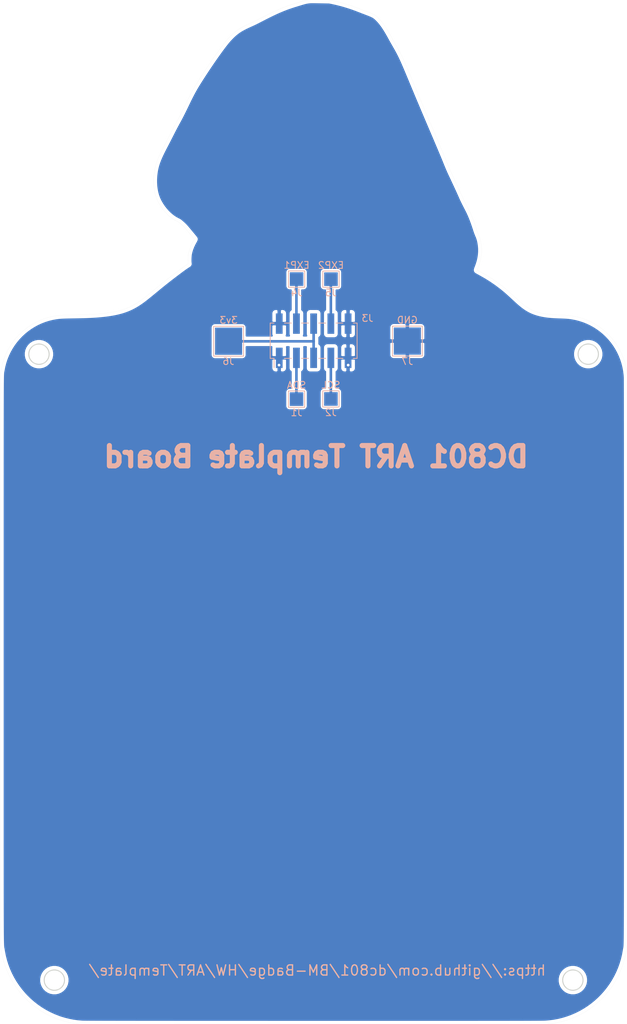
<source format=kicad_pcb>
(kicad_pcb (version 20171130) (host pcbnew "(5.1.9)-1")

  (general
    (thickness 1.6)
    (drawings 16)
    (tracks 15)
    (zones 0)
    (modules 8)
    (nets 7)
  )

  (page USLegal)
  (title_block
    (title "DC801 Badge - ART Template")
    (date 2020-06-15)
    (rev 1)
    (company DC801)
    (comment 1 "codename purplewizard")
    (comment 4 "@hamster and the dc801 badge team")
  )

  (layers
    (0 F.Cu signal hide)
    (31 B.Cu signal)
    (32 B.Adhes user hide)
    (33 F.Adhes user hide)
    (34 B.Paste user hide)
    (35 F.Paste user hide)
    (36 B.SilkS user)
    (37 F.SilkS user hide)
    (38 B.Mask user hide)
    (39 F.Mask user hide)
    (40 Dwgs.User user hide)
    (41 Cmts.User user hide)
    (42 Eco1.User user hide)
    (43 Eco2.User user hide)
    (44 Edge.Cuts user)
    (45 Margin user hide)
    (46 B.CrtYd user hide)
    (47 F.CrtYd user hide)
    (48 B.Fab user hide)
    (49 F.Fab user hide)
  )

  (setup
    (last_trace_width 0.25)
    (user_trace_width 0.1524)
    (user_trace_width 0.1778)
    (user_trace_width 0.2032)
    (user_trace_width 0.2286)
    (user_trace_width 0.254)
    (user_trace_width 0.3048)
    (user_trace_width 0.381)
    (user_trace_width 0.508)
    (trace_clearance 0.1524)
    (zone_clearance 0.508)
    (zone_45_only no)
    (trace_min 0.1524)
    (via_size 0.8)
    (via_drill 0.4)
    (via_min_size 0.4)
    (via_min_drill 0.3)
    (uvia_size 0.3)
    (uvia_drill 0.1)
    (uvias_allowed no)
    (uvia_min_size 0.2)
    (uvia_min_drill 0.1)
    (edge_width 0.15)
    (segment_width 0.2)
    (pcb_text_width 0.3)
    (pcb_text_size 1.5 1.5)
    (mod_edge_width 0.15)
    (mod_text_size 1 1)
    (mod_text_width 0.15)
    (pad_size 5 1)
    (pad_drill 5)
    (pad_to_mask_clearance 0.2)
    (aux_axis_origin 97.2566 173.6598)
    (grid_origin 97.2566 173.6598)
    (visible_elements 7FFFFF7F)
    (pcbplotparams
      (layerselection 0x290a8_7fffffff)
      (usegerberextensions true)
      (usegerberattributes false)
      (usegerberadvancedattributes false)
      (creategerberjobfile true)
      (excludeedgelayer true)
      (linewidth 0.100000)
      (plotframeref true)
      (viasonmask false)
      (mode 1)
      (useauxorigin false)
      (hpglpennumber 1)
      (hpglpenspeed 20)
      (hpglpendiameter 15.000000)
      (psnegative false)
      (psa4output false)
      (plotreference true)
      (plotvalue true)
      (plotinvisibletext false)
      (padsonsilk false)
      (subtractmaskfromsilk true)
      (outputformat 4)
      (mirror false)
      (drillshape 0)
      (scaleselection 1)
      (outputdirectory "output/"))
  )

  (net 0 "")
  (net 1 "Net-(J1-Pad1)")
  (net 2 GND)
  (net 3 "Net-(J2-Pad1)")
  (net 4 "Net-(J3-Pad8)")
  (net 5 +3V3)
  (net 6 "Net-(J3-Pad4)")

  (net_class Default "This is the default net class."
    (clearance 0.1524)
    (trace_width 0.25)
    (via_dia 0.8)
    (via_drill 0.4)
    (uvia_dia 0.3)
    (uvia_drill 0.1)
    (add_net +3V3)
    (add_net GND)
    (add_net "Net-(J1-Pad1)")
    (add_net "Net-(J2-Pad1)")
    (add_net "Net-(J3-Pad4)")
    (add_net "Net-(J3-Pad8)")
  )

  (module Connector_PinSocket_2.54mm:PinSocket_2x05_P2.54mm_Vertical_SMD (layer B.Cu) (tedit 5A19A425) (tstamp 5F32DFE7)
    (at 143.5109 72.9598 270)
    (descr "surface-mounted straight socket strip, 2x05, 2.54mm pitch, double cols (from Kicad 4.0.7), script generated")
    (tags "Surface mounted socket strip SMD 2x05 2.54mm double row")
    (path /5F1B5012)
    (attr smd)
    (fp_text reference J3 (at -3.31 -7.9457 180) (layer B.SilkS)
      (effects (font (size 1 1) (thickness 0.15)) (justify mirror))
    )
    (fp_text value "ART Expansion" (at 0 6.0185 90) (layer B.Fab)
      (effects (font (size 0.5 0.5) (thickness 0.015)) (justify mirror))
    )
    (fp_line (start -2.6 6.41) (end 2.6 6.41) (layer B.SilkS) (width 0.12))
    (fp_line (start 2.6 6.41) (end 2.6 5.84) (layer B.SilkS) (width 0.12))
    (fp_line (start 2.6 4.32) (end 2.6 3.3) (layer B.SilkS) (width 0.12))
    (fp_line (start 2.6 1.78) (end 2.6 0.76) (layer B.SilkS) (width 0.12))
    (fp_line (start 2.6 -0.76) (end 2.6 -1.78) (layer B.SilkS) (width 0.12))
    (fp_line (start 2.6 -3.3) (end 2.6 -4.32) (layer B.SilkS) (width 0.12))
    (fp_line (start 2.6 -5.84) (end 2.6 -6.41) (layer B.SilkS) (width 0.12))
    (fp_line (start -2.6 -6.41) (end 2.6 -6.41) (layer B.SilkS) (width 0.12))
    (fp_line (start -2.6 6.41) (end -2.6 5.84) (layer B.SilkS) (width 0.12))
    (fp_line (start -2.6 4.32) (end -2.6 3.3) (layer B.SilkS) (width 0.12))
    (fp_line (start -2.6 1.78) (end -2.6 0.76) (layer B.SilkS) (width 0.12))
    (fp_line (start -2.6 -0.76) (end -2.6 -1.78) (layer B.SilkS) (width 0.12))
    (fp_line (start -2.6 -3.3) (end -2.6 -4.32) (layer B.SilkS) (width 0.12))
    (fp_line (start -2.6 -5.84) (end -2.6 -6.41) (layer B.SilkS) (width 0.12))
    (fp_line (start 2.6 5.84) (end 3.96 5.84) (layer B.SilkS) (width 0.12))
    (fp_line (start -2.54 6.35) (end 1.54 6.35) (layer B.Fab) (width 0.1))
    (fp_line (start 1.54 6.35) (end 2.54 5.35) (layer B.Fab) (width 0.1))
    (fp_line (start 2.54 5.35) (end 2.54 -6.35) (layer B.Fab) (width 0.1))
    (fp_line (start 2.54 -6.35) (end -2.54 -6.35) (layer B.Fab) (width 0.1))
    (fp_line (start -2.54 -6.35) (end -2.54 6.35) (layer B.Fab) (width 0.1))
    (fp_line (start -3.92 5.4) (end -2.54 5.4) (layer B.Fab) (width 0.1))
    (fp_line (start -2.54 4.76) (end -3.92 4.76) (layer B.Fab) (width 0.1))
    (fp_line (start -3.92 4.76) (end -3.92 5.4) (layer B.Fab) (width 0.1))
    (fp_line (start 2.54 5.4) (end 3.92 5.4) (layer B.Fab) (width 0.1))
    (fp_line (start 3.92 5.4) (end 3.92 4.76) (layer B.Fab) (width 0.1))
    (fp_line (start 3.92 4.76) (end 2.54 4.76) (layer B.Fab) (width 0.1))
    (fp_line (start -3.92 2.86) (end -2.54 2.86) (layer B.Fab) (width 0.1))
    (fp_line (start -2.54 2.22) (end -3.92 2.22) (layer B.Fab) (width 0.1))
    (fp_line (start -3.92 2.22) (end -3.92 2.86) (layer B.Fab) (width 0.1))
    (fp_line (start 2.54 2.86) (end 3.92 2.86) (layer B.Fab) (width 0.1))
    (fp_line (start 3.92 2.86) (end 3.92 2.22) (layer B.Fab) (width 0.1))
    (fp_line (start 3.92 2.22) (end 2.54 2.22) (layer B.Fab) (width 0.1))
    (fp_line (start -3.92 0.32) (end -2.54 0.32) (layer B.Fab) (width 0.1))
    (fp_line (start -2.54 -0.32) (end -3.92 -0.32) (layer B.Fab) (width 0.1))
    (fp_line (start -3.92 -0.32) (end -3.92 0.32) (layer B.Fab) (width 0.1))
    (fp_line (start 2.54 0.32) (end 3.92 0.32) (layer B.Fab) (width 0.1))
    (fp_line (start 3.92 0.32) (end 3.92 -0.32) (layer B.Fab) (width 0.1))
    (fp_line (start 3.92 -0.32) (end 2.54 -0.32) (layer B.Fab) (width 0.1))
    (fp_line (start -3.92 -2.22) (end -2.54 -2.22) (layer B.Fab) (width 0.1))
    (fp_line (start -2.54 -2.86) (end -3.92 -2.86) (layer B.Fab) (width 0.1))
    (fp_line (start -3.92 -2.86) (end -3.92 -2.22) (layer B.Fab) (width 0.1))
    (fp_line (start 2.54 -2.22) (end 3.92 -2.22) (layer B.Fab) (width 0.1))
    (fp_line (start 3.92 -2.22) (end 3.92 -2.86) (layer B.Fab) (width 0.1))
    (fp_line (start 3.92 -2.86) (end 2.54 -2.86) (layer B.Fab) (width 0.1))
    (fp_line (start -3.92 -4.76) (end -2.54 -4.76) (layer B.Fab) (width 0.1))
    (fp_line (start -2.54 -5.4) (end -3.92 -5.4) (layer B.Fab) (width 0.1))
    (fp_line (start -3.92 -5.4) (end -3.92 -4.76) (layer B.Fab) (width 0.1))
    (fp_line (start 2.54 -4.76) (end 3.92 -4.76) (layer B.Fab) (width 0.1))
    (fp_line (start 3.92 -4.76) (end 3.92 -5.4) (layer B.Fab) (width 0.1))
    (fp_line (start 3.92 -5.4) (end 2.54 -5.4) (layer B.Fab) (width 0.1))
    (fp_line (start -4.55 6.85) (end 4.5 6.85) (layer B.CrtYd) (width 0.05))
    (fp_line (start 4.5 6.85) (end 4.5 -6.85) (layer B.CrtYd) (width 0.05))
    (fp_line (start 4.5 -6.85) (end -4.55 -6.85) (layer B.CrtYd) (width 0.05))
    (fp_line (start -4.55 -6.85) (end -4.55 6.85) (layer B.CrtYd) (width 0.05))
    (fp_text user %R (at 0 0 180) (layer B.Fab)
      (effects (font (size 1 1) (thickness 0.15)) (justify mirror))
    )
    (fp_text user 3.810 (at -11.392 6.286) (layer Dwgs.User)
      (effects (font (size 0.2 0.2) (thickness 0.015)))
    )
    (fp_text user 1 (at -8.17 3.861) (layer B.SilkS) hide
      (effects (font (size 1 1) (thickness 0.015)) (justify mirror))
    )
    (fp_text user 2 (at -8.17 7.671) (layer B.SilkS) hide
      (effects (font (size 1 1) (thickness 0.015)) (justify mirror))
    )
    (fp_text user 2.540 (at -13.233 -0.127) (layer Dwgs.User)
      (effects (font (size 0.2 0.2) (thickness 0.015)))
    )
    (fp_text user 12.700 (at -0.8 -5.461) (layer Dwgs.User)
      (effects (font (size 0.2 0.2) (thickness 0.015)))
    )
    (fp_text user 10.160 (at -0.8 12.319) (layer Dwgs.User) hide
      (effects (font (size 0.2 0.2) (thickness 0.015)))
    )
    (fp_text user 9 (at 7.141 3.861) (layer B.SilkS) hide
      (effects (font (size 1 1) (thickness 0.015)) (justify mirror))
    )
    (fp_text user 10 (at 7.141 7.671) (layer B.SilkS) hide
      (effects (font (size 1 1) (thickness 0.015)) (justify mirror))
    )
    (pad 10 smd rect (at -2.52 -5.08 270) (size 3 1) (layers B.Cu B.Paste B.Mask)
      (net 2 GND))
    (pad 9 smd rect (at 2.52 -5.08 270) (size 3 1) (layers B.Cu B.Paste B.Mask)
      (net 2 GND))
    (pad 8 smd rect (at -2.52 -2.54 270) (size 3 1) (layers B.Cu B.Paste B.Mask)
      (net 4 "Net-(J3-Pad8)"))
    (pad 7 smd rect (at 2.52 -2.54 270) (size 3 1) (layers B.Cu B.Paste B.Mask)
      (net 3 "Net-(J2-Pad1)"))
    (pad 6 smd rect (at -2.52 0 270) (size 3 1) (layers B.Cu B.Paste B.Mask)
      (net 5 +3V3))
    (pad 5 smd rect (at 2.52 0 270) (size 3 1) (layers B.Cu B.Paste B.Mask)
      (net 5 +3V3))
    (pad 4 smd rect (at -2.52 2.54 270) (size 3 1) (layers B.Cu B.Paste B.Mask)
      (net 6 "Net-(J3-Pad4)"))
    (pad 3 smd rect (at 2.52 2.54 270) (size 3 1) (layers B.Cu B.Paste B.Mask)
      (net 1 "Net-(J1-Pad1)"))
    (pad 2 smd rect (at -2.52 5.08 270) (size 3 1) (layers B.Cu B.Paste B.Mask)
      (net 2 GND))
    (pad 1 smd rect (at 2.52 5.08 270) (size 3 1) (layers B.Cu B.Paste B.Mask)
      (net 2 GND))
    (model ${KISYS3DMOD}/Connector_PinHeader_2.54mm.3dshapes/PinHeader_2x05_P2.54mm_Vertical_SMD.step
      (at (xyz 0 0 0))
      (scale (xyz 1 1 1))
      (rotate (xyz 0 0 0))
    )
  )

  (module lib_fp:frontboard-outline (layer F.Cu) (tedit 0) (tstamp 5F32E30E)
    (at 143.5354 98.1964)
    (fp_text reference G*** (at 0 0) (layer F.SilkS) hide
      (effects (font (size 1.524 1.524) (thickness 0.3)))
    )
    (fp_text value LOGO (at 0.75 0) (layer F.SilkS) hide
      (effects (font (size 1.524 1.524) (thickness 0.3)))
    )
    (fp_poly (pts (xy -0.033884 -75.473781) (xy 0.12307 -75.472077) (xy 0.308426 -75.46942) (xy 0.526087 -75.465854)
      (xy 0.779954 -75.461422) (xy 0.941916 -75.458533) (xy 2.31775 -75.4339) (xy 2.772833 -75.341498)
      (xy 3.405586 -75.201973) (xy 4.057871 -75.037102) (xy 4.718155 -74.8503) (xy 5.374906 -74.64498)
      (xy 6.01659 -74.424556) (xy 6.561666 -74.220009) (xy 6.675126 -74.175817) (xy 6.821017 -74.119356)
      (xy 6.992186 -74.053376) (xy 7.181483 -73.980624) (xy 7.381757 -73.903847) (xy 7.585856 -73.825794)
      (xy 7.786631 -73.749211) (xy 7.821725 -73.735848) (xy 8.078305 -73.637311) (xy 8.299445 -73.550008)
      (xy 8.489733 -73.471395) (xy 8.653757 -73.398925) (xy 8.796107 -73.330057) (xy 8.92137 -73.262244)
      (xy 9.034134 -73.192942) (xy 9.138988 -73.119608) (xy 9.240521 -73.039697) (xy 9.34332 -72.950664)
      (xy 9.451974 -72.849965) (xy 9.497143 -72.806774) (xy 9.709214 -72.591121) (xy 9.921105 -72.352056)
      (xy 10.134389 -72.087313) (xy 10.350636 -71.794627) (xy 10.57142 -71.47173) (xy 10.798312 -71.116357)
      (xy 11.032884 -70.726241) (xy 11.276708 -70.299116) (xy 11.430946 -70.018893) (xy 11.521445 -69.853933)
      (xy 11.626786 -69.664478) (xy 11.740246 -69.462457) (xy 11.855101 -69.259803) (xy 11.964626 -69.068448)
      (xy 12.039047 -68.939834) (xy 12.17278 -68.7089) (xy 12.298305 -68.489332) (xy 12.41699 -68.27823)
      (xy 12.530201 -68.072694) (xy 12.639303 -67.869825) (xy 12.745663 -67.666724) (xy 12.850648 -67.460491)
      (xy 12.955622 -67.248226) (xy 13.061953 -67.02703) (xy 13.171006 -66.794003) (xy 13.284147 -66.546247)
      (xy 13.402743 -66.28086) (xy 13.52816 -65.994945) (xy 13.661764 -65.6856) (xy 13.804921 -65.349928)
      (xy 13.958996 -64.985027) (xy 14.125358 -64.588) (xy 14.30537 -64.155945) (xy 14.397419 -63.934318)
      (xy 14.56018 -63.542408) (xy 14.720007 -63.158196) (xy 14.877988 -62.779109) (xy 15.035213 -62.402568)
      (xy 15.192771 -62.025998) (xy 15.351751 -61.646822) (xy 15.513241 -61.262465) (xy 15.678331 -60.870349)
      (xy 15.84811 -60.467899) (xy 16.023666 -60.052537) (xy 16.206089 -59.621689) (xy 16.396468 -59.172776)
      (xy 16.595892 -58.703224) (xy 16.805449 -58.210456) (xy 17.026229 -57.691895) (xy 17.25932 -57.144965)
      (xy 17.505812 -56.56709) (xy 17.766794 -55.955693) (xy 18.043354 -55.308198) (xy 18.065833 -55.255584)
      (xy 18.204342 -54.930968) (xy 18.343887 -54.603091) (xy 18.48291 -54.275661) (xy 18.619851 -53.952383)
      (xy 18.753149 -53.636964) (xy 18.881246 -53.333111) (xy 19.002582 -53.044529) (xy 19.115596 -52.774927)
      (xy 19.218729 -52.528009) (xy 19.310422 -52.307483) (xy 19.389114 -52.117055) (xy 19.453245 -51.960431)
      (xy 19.47319 -51.91125) (xy 19.591484 -51.619024) (xy 19.696303 -51.361308) (xy 19.789734 -51.133243)
      (xy 19.873866 -50.929972) (xy 19.950786 -50.746635) (xy 20.022583 -50.578375) (xy 20.091345 -50.420332)
      (xy 20.159159 -50.267649) (xy 20.228114 -50.115468) (xy 20.300299 -49.958928) (xy 20.3778 -49.793173)
      (xy 20.442037 -49.657) (xy 20.632152 -49.254736) (xy 20.805385 -48.887265) (xy 20.963266 -48.551262)
      (xy 21.107329 -48.243401) (xy 21.239107 -47.960359) (xy 21.360132 -47.69881) (xy 21.471938 -47.455429)
      (xy 21.576055 -47.226892) (xy 21.674019 -47.009873) (xy 21.76736 -46.801048) (xy 21.857611 -46.597092)
      (xy 21.946307 -46.39468) (xy 21.953858 -46.37736) (xy 22.008725 -46.255456) (xy 22.079711 -46.103926)
      (xy 22.163032 -45.930507) (xy 22.254903 -45.742936) (xy 22.351541 -45.548949) (xy 22.449162 -45.356285)
      (xy 22.528384 -45.20261) (xy 22.61885 -45.028074) (xy 22.707619 -44.855691) (xy 22.791724 -44.691301)
      (xy 22.868197 -44.540747) (xy 22.934072 -44.409872) (xy 22.986381 -44.304518) (xy 23.022159 -44.230526)
      (xy 23.023462 -44.22775) (xy 23.185383 -43.870771) (xy 23.342649 -43.499984) (xy 23.49725 -43.110148)
      (xy 23.651174 -42.69602) (xy 23.80641 -42.252356) (xy 23.964946 -41.773913) (xy 24.023099 -41.5925)
      (xy 24.086002 -41.403135) (xy 24.154137 -41.212776) (xy 24.222823 -41.033895) (xy 24.287377 -40.878961)
      (xy 24.309141 -40.8305) (xy 24.427088 -40.546454) (xy 24.525956 -40.24578) (xy 24.608929 -39.918321)
      (xy 24.636482 -39.787119) (xy 24.715517 -39.293502) (xy 24.755023 -38.80127) (xy 24.754796 -38.308633)
      (xy 24.714632 -37.813798) (xy 24.634326 -37.314974) (xy 24.513674 -36.81037) (xy 24.352472 -36.298194)
      (xy 24.189483 -35.870327) (xy 24.156121 -35.783503) (xy 24.132438 -35.711055) (xy 24.121059 -35.661786)
      (xy 24.122357 -35.645163) (xy 24.144871 -35.631163) (xy 24.199914 -35.5996) (xy 24.282797 -35.553082)
      (xy 24.388832 -35.494221) (xy 24.513329 -35.425624) (xy 24.6516 -35.349904) (xy 24.712083 -35.316915)
      (xy 25.536154 -34.846181) (xy 26.330595 -34.348129) (xy 27.093958 -33.823748) (xy 27.824794 -33.274025)
      (xy 28.41625 -32.790209) (xy 28.490506 -32.72682) (xy 28.563886 -32.663576) (xy 28.639059 -32.598055)
      (xy 28.718698 -32.527839) (xy 28.805476 -32.450505) (xy 28.902063 -32.363633) (xy 29.011131 -32.264803)
      (xy 29.135353 -32.151594) (xy 29.277399 -32.021586) (xy 29.439943 -31.872358) (xy 29.625655 -31.701489)
      (xy 29.837207 -31.506558) (xy 30.064227 -31.297182) (xy 30.378912 -31.012824) (xy 30.673072 -30.759963)
      (xy 30.950872 -30.535705) (xy 31.216475 -30.337157) (xy 31.474044 -30.161428) (xy 31.727744 -30.005623)
      (xy 31.981738 -29.866851) (xy 32.24019 -29.742217) (xy 32.406166 -29.670079) (xy 32.728779 -29.54587)
      (xy 33.067694 -29.436438) (xy 33.426048 -29.341248) (xy 33.806978 -29.259763) (xy 34.213619 -29.191449)
      (xy 34.649108 -29.135769) (xy 35.116581 -29.092189) (xy 35.619174 -29.060172) (xy 36.089166 -29.041255)
      (xy 36.389008 -29.031694) (xy 36.651516 -29.022352) (xy 36.881683 -29.012881) (xy 37.084505 -29.002932)
      (xy 37.264977 -28.992156) (xy 37.428093 -28.980205) (xy 37.578849 -28.966732) (xy 37.722238 -28.951386)
      (xy 37.863256 -28.933821) (xy 38.006898 -28.913688) (xy 38.08426 -28.902092) (xy 38.703335 -28.786711)
      (xy 39.307166 -28.632765) (xy 39.894504 -28.441644) (xy 40.464097 -28.214737) (xy 41.014695 -27.953433)
      (xy 41.545048 -27.659121) (xy 42.053903 -27.333192) (xy 42.540012 -26.977033) (xy 43.002124 -26.592035)
      (xy 43.438987 -26.179586) (xy 43.849351 -25.741077) (xy 44.231966 -25.277896) (xy 44.58558 -24.791432)
      (xy 44.908944 -24.283075) (xy 45.200807 -23.754215) (xy 45.459918 -23.206239) (xy 45.685026 -22.640539)
      (xy 45.874882 -22.058502) (xy 46.028233 -21.461519) (xy 46.14383 -20.850978) (xy 46.220422 -20.228269)
      (xy 46.247947 -19.833167) (xy 46.248919 -19.79683) (xy 46.249868 -19.727662) (xy 46.250794 -19.625459)
      (xy 46.251697 -19.490015) (xy 46.252577 -19.321129) (xy 46.253434 -19.118594) (xy 46.254269 -18.882207)
      (xy 46.255081 -18.611764) (xy 46.255871 -18.307061) (xy 46.256638 -17.967893) (xy 46.257383 -17.594056)
      (xy 46.258106 -17.185346) (xy 46.258807 -16.74156) (xy 46.259486 -16.262492) (xy 46.260144 -15.747938)
      (xy 46.260779 -15.197695) (xy 46.261393 -14.611558) (xy 46.261986 -13.989323) (xy 46.262557 -13.330786)
      (xy 46.263107 -12.635742) (xy 46.263636 -11.903988) (xy 46.264144 -11.13532) (xy 46.264631 -10.329532)
      (xy 46.265098 -9.486422) (xy 46.265543 -8.605784) (xy 46.265968 -7.687415) (xy 46.266373 -6.73111)
      (xy 46.266757 -5.736665) (xy 46.267121 -4.703877) (xy 46.267465 -3.632541) (xy 46.267789 -2.522452)
      (xy 46.268093 -1.373407) (xy 46.268377 -0.185201) (xy 46.268641 1.04237) (xy 46.268886 2.309509)
      (xy 46.269111 3.616422) (xy 46.269317 4.963312) (xy 46.269504 6.350383) (xy 46.269672 7.77784)
      (xy 46.26982 9.245887) (xy 46.26995 10.754728) (xy 46.270061 12.304567) (xy 46.270153 13.895608)
      (xy 46.270227 15.528056) (xy 46.270282 17.202115) (xy 46.270319 18.917988) (xy 46.270337 20.675881)
      (xy 46.27034 21.641336) (xy 46.270346 23.255707) (xy 46.270364 24.828301) (xy 46.270391 26.359672)
      (xy 46.270426 27.850377) (xy 46.270465 29.30097) (xy 46.270508 30.712008) (xy 46.270553 32.084047)
      (xy 46.270596 33.41764) (xy 46.270636 34.713345) (xy 46.270671 35.971717) (xy 46.270699 37.193311)
      (xy 46.270718 38.378683) (xy 46.270725 39.528388) (xy 46.270719 40.642983) (xy 46.270697 41.723021)
      (xy 46.270658 42.769061) (xy 46.270599 43.781655) (xy 46.270519 44.761361) (xy 46.270414 45.708734)
      (xy 46.270284 46.62433) (xy 46.270126 47.508703) (xy 46.269937 48.36241) (xy 46.269717 49.186006)
      (xy 46.269462 49.980046) (xy 46.269171 50.745087) (xy 46.268841 51.481684) (xy 46.268471 52.190392)
      (xy 46.268059 52.871767) (xy 46.267602 53.526364) (xy 46.267098 54.154739) (xy 46.266545 54.757448)
      (xy 46.265942 55.335047) (xy 46.265286 55.88809) (xy 46.264574 56.417133) (xy 46.263806 56.922732)
      (xy 46.262978 57.405443) (xy 46.262089 57.865821) (xy 46.261136 58.304421) (xy 46.260119 58.721799)
      (xy 46.259033 59.118511) (xy 46.257878 59.495113) (xy 46.256652 59.852159) (xy 46.255352 60.190205)
      (xy 46.253975 60.509808) (xy 46.252521 60.811522) (xy 46.250987 61.095903) (xy 46.249371 61.363507)
      (xy 46.247671 61.614889) (xy 46.245885 61.850605) (xy 46.24401 62.07121) (xy 46.242045 62.27726)
      (xy 46.239987 62.469311) (xy 46.237835 62.647918) (xy 46.235586 62.813636) (xy 46.233238 62.967021)
      (xy 46.23079 63.10863) (xy 46.228239 63.239016) (xy 46.225583 63.358737) (xy 46.222819 63.468346)
      (xy 46.219947 63.568401) (xy 46.216964 63.659457) (xy 46.213867 63.742068) (xy 46.210655 63.816791)
      (xy 46.207325 63.884182) (xy 46.203876 63.944795) (xy 46.200305 63.999187) (xy 46.196611 64.047913)
      (xy 46.192791 64.091528) (xy 46.188843 64.130588) (xy 46.184765 64.16565) (xy 46.180555 64.197267)
      (xy 46.176211 64.225996) (xy 46.171731 64.252392) (xy 46.167113 64.277011) (xy 46.162354 64.300409)
      (xy 46.157453 64.323141) (xy 46.152408 64.345762) (xy 46.147216 64.368829) (xy 46.141875 64.392896)
      (xy 46.136384 64.41852) (xy 46.13074 64.446256) (xy 46.124941 64.476659) (xy 46.118985 64.510285)
      (xy 46.11287 64.547689) (xy 46.109611 64.568916) (xy 45.981362 65.284229) (xy 45.814377 65.984638)
      (xy 45.609866 66.669042) (xy 45.369039 67.336343) (xy 45.093104 67.98544) (xy 44.783272 68.615235)
      (xy 44.440752 69.224628) (xy 44.066753 69.812519) (xy 43.662485 70.37781) (xy 43.229157 70.919399)
      (xy 42.767979 71.436189) (xy 42.280161 71.927079) (xy 41.76691 72.390971) (xy 41.229438 72.826764)
      (xy 40.668954 73.233359) (xy 40.086667 73.609657) (xy 39.483786 73.954558) (xy 38.861521 74.266962)
      (xy 38.221081 74.545771) (xy 37.563677 74.789885) (xy 36.890517 74.998203) (xy 36.20281 75.169628)
      (xy 35.501767 75.303059) (xy 34.788597 75.397397) (xy 34.142557 75.447697) (xy 34.112627 75.449107)
      (xy 34.077114 75.450476) (xy 34.035407 75.451804) (xy 33.986895 75.453092) (xy 33.930967 75.45434)
      (xy 33.867012 75.45555) (xy 33.794417 75.456721) (xy 33.712573 75.457853) (xy 33.620868 75.458949)
      (xy 33.51869 75.460007) (xy 33.405428 75.461029) (xy 33.280472 75.462016) (xy 33.14321 75.462966)
      (xy 32.99303 75.463883) (xy 32.829322 75.464764) (xy 32.651474 75.465612) (xy 32.458876 75.466427)
      (xy 32.250915 75.467209) (xy 32.026981 75.467959) (xy 31.786462 75.468678) (xy 31.528748 75.469365)
      (xy 31.253226 75.470022) (xy 30.959287 75.470648) (xy 30.646317 75.471246) (xy 30.313708 75.471814)
      (xy 29.960846 75.472354) (xy 29.587121 75.472865) (xy 29.191922 75.47335) (xy 28.774638 75.473808)
      (xy 28.334657 75.474239) (xy 27.871368 75.474645) (xy 27.384159 75.475025) (xy 26.872421 75.475381)
      (xy 26.33554 75.475712) (xy 25.772907 75.47602) (xy 25.18391 75.476305) (xy 24.567937 75.476567)
      (xy 23.924379 75.476807) (xy 23.252622 75.477025) (xy 22.552057 75.477223) (xy 21.822071 75.4774)
      (xy 21.062054 75.477557) (xy 20.271394 75.477695) (xy 19.449481 75.477814) (xy 18.595703 75.477914)
      (xy 17.709448 75.477997) (xy 16.790106 75.478062) (xy 15.837066 75.478111) (xy 14.849715 75.478144)
      (xy 13.827444 75.47816) (xy 12.76964 75.478162) (xy 11.675693 75.478149) (xy 10.544991 75.478122)
      (xy 9.376923 75.478082) (xy 8.170878 75.478028) (xy 6.926244 75.477962) (xy 5.642411 75.477884)
      (xy 4.318767 75.477794) (xy 2.954701 75.477694) (xy 1.549602 75.477583) (xy 0.102858 75.477462)
      (xy -0.083943 75.477446) (xy -1.556786 75.477315) (xy -2.98787 75.477178) (xy -4.377772 75.477034)
      (xy -5.727068 75.476884) (xy -7.036332 75.476725) (xy -8.306141 75.476559) (xy -9.53707 75.476384)
      (xy -10.729694 75.4762) (xy -11.88459 75.476006) (xy -13.002332 75.475802) (xy -14.083496 75.475587)
      (xy -15.128658 75.47536) (xy -16.138393 75.475122) (xy -17.113277 75.474872) (xy -18.053885 75.474608)
      (xy -18.960793 75.474332) (xy -19.834576 75.474041) (xy -20.67581 75.473735) (xy -21.485071 75.473415)
      (xy -22.262934 75.473079) (xy -23.009975 75.472727) (xy -23.726769 75.472358) (xy -24.413891 75.471972)
      (xy -25.071918 75.471569) (xy -25.701424 75.471147) (xy -26.302986 75.470706) (xy -26.877179 75.470246)
      (xy -27.424578 75.469766) (xy -27.945759 75.469266) (xy -28.441298 75.468745) (xy -28.91177 75.468203)
      (xy -29.35775 75.467638) (xy -29.779815 75.467051) (xy -30.178539 75.466441) (xy -30.554499 75.465807)
      (xy -30.908269 75.46515) (xy -31.240426 75.464467) (xy -31.551545 75.46376) (xy -31.842201 75.463027)
      (xy -32.11297 75.462267) (xy -32.364428 75.461481) (xy -32.59715 75.460667) (xy -32.811711 75.459826)
      (xy -33.008688 75.458956) (xy -33.188655 75.458057) (xy -33.352189 75.457129) (xy -33.499864 75.456171)
      (xy -33.632257 75.455183) (xy -33.749943 75.454163) (xy -33.853497 75.453112) (xy -33.943496 75.452028)
      (xy -34.020514 75.450912) (xy -34.085127 75.449763) (xy -34.137911 75.448581) (xy -34.179441 75.447364)
      (xy -34.210292 75.446112) (xy -34.21566 75.445834) (xy -34.869854 75.391225) (xy -35.532985 75.298651)
      (xy -36.198368 75.169494) (xy -36.859319 75.005135) (xy -37.509154 74.806955) (xy -37.803667 74.704395)
      (xy -38.477427 74.437805) (xy -39.135604 74.132524) (xy -39.776038 73.790007) (xy -40.396567 73.411713)
      (xy -40.995032 72.999099) (xy -41.569272 72.553622) (xy -42.117125 72.07674) (xy -42.636431 71.569908)
      (xy -42.950155 71.233445) (xy -43.43321 70.664992) (xy -43.879602 70.075933) (xy -44.288934 69.467112)
      (xy -44.660805 68.839373) (xy -44.994817 68.19356) (xy -45.29057 67.530515) (xy -45.547666 66.851083)
      (xy -45.765704 66.156108) (xy -45.944285 65.446432) (xy -46.083011 64.722901) (xy -46.108684 64.558333)
      (xy -46.114933 64.518213) (xy -46.12102 64.482167) (xy -46.126949 64.449639) (xy -46.13272 64.420073)
      (xy -46.138336 64.392913) (xy -46.143799 64.367605) (xy -46.149111 64.343591) (xy -46.154275 64.320318)
      (xy -46.159292 64.297227) (xy -46.164164 64.273765) (xy -46.168893 64.249375) (xy -46.173482 64.223502)
      (xy -46.177932 64.19559) (xy -46.182247 64.165083) (xy -46.186427 64.131425) (xy -46.190475 64.094061)
      (xy -46.194392 64.052435) (xy -46.198182 64.005991) (xy -46.201846 63.954174) (xy -46.205386 63.896428)
      (xy -46.208805 63.832198) (xy -46.212104 63.760926) (xy -46.215285 63.682059) (xy -46.218351 63.595039)
      (xy -46.221303 63.499312) (xy -46.224145 63.394322) (xy -46.226877 63.279512) (xy -46.229502 63.154328)
      (xy -46.232022 63.018214) (xy -46.234439 62.870613) (xy -46.236755 62.71097) (xy -46.238972 62.53873)
      (xy -46.241093 62.353336) (xy -46.243119 62.154233) (xy -46.245053 61.940866) (xy -46.246896 61.712678)
      (xy -46.248651 61.469114) (xy -46.250319 61.209618) (xy -46.251904 60.933635) (xy -46.253406 60.640608)
      (xy -46.254829 60.329982) (xy -46.256173 60.001202) (xy -46.257442 59.653711) (xy -46.258637 59.286954)
      (xy -46.25976 58.900376) (xy -46.260814 58.493419) (xy -46.261801 58.06553) (xy -46.262722 57.616152)
      (xy -46.263579 57.144728) (xy -46.264376 56.650705) (xy -46.265113 56.133525) (xy -46.265794 55.592634)
      (xy -46.266419 55.027475) (xy -46.266992 54.437493) (xy -46.267513 53.822132) (xy -46.267987 53.180836)
      (xy -46.268413 52.51305) (xy -46.268795 51.818218) (xy -46.269135 51.095785) (xy -46.269434 50.345193)
      (xy -46.269695 49.565889) (xy -46.269919 48.757316) (xy -46.27011 47.918918) (xy -46.270269 47.050139)
      (xy -46.270398 46.150425) (xy -46.270499 45.219219) (xy -46.270574 44.255966) (xy -46.270625 43.260109)
      (xy -46.270655 42.231094) (xy -46.270666 41.168363) (xy -46.270659 40.071363) (xy -46.270637 38.939537)
      (xy -46.270602 37.772329) (xy -46.270555 36.569183) (xy -46.2705 35.329545) (xy -46.270437 34.052858)
      (xy -46.27037 32.738566) (xy -46.270299 31.386113) (xy -46.270228 29.994945) (xy -46.270159 28.564506)
      (xy -46.270093 27.094238) (xy -46.270032 25.583588) (xy -46.26998 24.031999) (xy -46.269937 22.438916)
      (xy -46.269919 21.611166) (xy -46.269893 20.001826) (xy -46.269875 18.434263) (xy -46.269865 16.907921)
      (xy -46.26986 15.422244) (xy -46.269859 13.976677) (xy -46.269859 12.570662) (xy -46.26986 11.203645)
      (xy -46.269858 9.875068) (xy -46.269854 8.584377) (xy -46.269844 7.331014) (xy -46.269827 6.114424)
      (xy -46.269802 4.934051) (xy -46.269766 3.789338) (xy -46.269718 2.679731) (xy -46.269656 1.604672)
      (xy -46.269578 0.563605) (xy -46.269483 -0.444025) (xy -46.269368 -1.418775) (xy -46.269233 -2.3612)
      (xy -46.269075 -3.271857) (xy -46.268893 -4.151301) (xy -46.268684 -5.000089) (xy -46.268448 -5.818777)
      (xy -46.268182 -6.607921) (xy -46.267884 -7.368077) (xy -46.267553 -8.099801) (xy -46.267188 -8.803649)
      (xy -46.266785 -9.480176) (xy -46.266344 -10.12994) (xy -46.265863 -10.753496) (xy -46.26534 -11.351401)
      (xy -46.264774 -11.924209) (xy -46.264162 -12.472478) (xy -46.263502 -12.996763) (xy -46.262794 -13.497621)
      (xy -46.262035 -13.975607) (xy -46.261224 -14.431277) (xy -46.260358 -14.865188) (xy -46.259437 -15.277896)
      (xy -46.258458 -15.669956) (xy -46.257419 -16.041926) (xy -46.256319 -16.394359) (xy -46.255157 -16.727814)
      (xy -46.253929 -17.042846) (xy -46.252636 -17.34001) (xy -46.251274 -17.619864) (xy -46.249842 -17.882962)
      (xy -46.248338 -18.129862) (xy -46.246761 -18.361119) (xy -46.245109 -18.577288) (xy -46.24338 -18.778928)
      (xy -46.241572 -18.966592) (xy -46.239684 -19.140838) (xy -46.237713 -19.302221) (xy -46.235659 -19.451297)
      (xy -46.233519 -19.588623) (xy -46.231292 -19.714755) (xy -46.228975 -19.830248) (xy -46.226567 -19.935659)
      (xy -46.224067 -20.031543) (xy -46.221472 -20.118458) (xy -46.218781 -20.196958) (xy -46.215993 -20.2676)
      (xy -46.213104 -20.330939) (xy -46.210114 -20.387533) (xy -46.207021 -20.437937) (xy -46.203823 -20.482707)
      (xy -46.200518 -20.522398) (xy -46.197105 -20.557569) (xy -46.193582 -20.588773) (xy -46.189947 -20.616567)
      (xy -46.186198 -20.641508) (xy -46.182333 -20.664151) (xy -46.178352 -20.685053) (xy -46.174251 -20.704769)
      (xy -46.17003 -20.723855) (xy -46.165687 -20.742868) (xy -46.161219 -20.762364) (xy -46.156625 -20.782898)
      (xy -46.151904 -20.805028) (xy -46.147053 -20.829307) (xy -46.142071 -20.856294) (xy -46.136956 -20.886544)
      (xy -46.136161 -20.8915) (xy -46.016814 -21.509258) (xy -45.858689 -22.112487) (xy -45.663168 -22.699812)
      (xy -45.431631 -23.269861) (xy -45.165459 -23.821262) (xy -44.866033 -24.35264) (xy -44.534735 -24.862623)
      (xy -44.172944 -25.349838) (xy -43.782043 -25.812911) (xy -43.363412 -26.25047) (xy -42.918432 -26.661141)
      (xy -42.448485 -27.043551) (xy -41.95495 -27.396328) (xy -41.43921 -27.718097) (xy -40.902645 -28.007487)
      (xy -40.346635 -28.263123) (xy -39.772563 -28.483633) (xy -39.18181 -28.667643) (xy -38.575755 -28.813782)
      (xy -38.078834 -28.902803) (xy -37.944511 -28.922503) (xy -37.814048 -28.939962) (xy -37.683757 -28.95537)
      (xy -37.549947 -28.968918) (xy -37.408929 -28.980795) (xy -37.257011 -28.991192) (xy -37.090506 -29.000299)
      (xy -36.905722 -29.008306) (xy -36.69897 -29.015402) (xy -36.46656 -29.021779) (xy -36.204802 -29.027625)
      (xy -35.910006 -29.033131) (xy -35.578482 -29.038488) (xy -35.390667 -29.041272) (xy -34.875443 -29.049633)
      (xy -34.398598 -29.059344) (xy -33.956192 -29.070603) (xy -33.544286 -29.083607) (xy -33.15894 -29.098557)
      (xy -32.796216 -29.115648) (xy -32.452174 -29.135081) (xy -32.122875 -29.157052) (xy -31.80438 -29.18176)
      (xy -31.492749 -29.209402) (xy -31.184044 -29.240178) (xy -30.966834 -29.263776) (xy -30.371042 -29.33845)
      (xy -29.812454 -29.425195) (xy -29.287351 -29.525248) (xy -28.792011 -29.639846) (xy -28.322717 -29.770226)
      (xy -27.875748 -29.917626) (xy -27.447385 -30.083283) (xy -27.033908 -30.268432) (xy -26.631596 -30.474313)
      (xy -26.236732 -30.702162) (xy -25.845594 -30.953215) (xy -25.805462 -30.980378) (xy -25.698701 -31.053467)
      (xy -25.594798 -31.125748) (xy -25.491452 -31.199036) (xy -25.386362 -31.275147) (xy -25.277225 -31.355895)
      (xy -25.161741 -31.443097) (xy -25.037608 -31.538567) (xy -24.902525 -31.644121) (xy -24.75419 -31.761574)
      (xy -24.590302 -31.892741) (xy -24.408559 -32.039438) (xy -24.20666 -32.203479) (xy -23.982304 -32.38668)
      (xy -23.733188 -32.590857) (xy -23.457013 -32.817824) (xy -23.151475 -33.069397) (xy -23.029334 -33.17006)
      (xy -22.697597 -33.441929) (xy -22.370576 -33.706574) (xy -22.041986 -33.968936) (xy -21.705546 -34.233952)
      (xy -21.35497 -34.506564) (xy -20.983975 -34.791709) (xy -20.586278 -35.094328) (xy -20.457584 -35.191708)
      (xy -20.211512 -35.377464) (xy -19.995493 -35.540006) (xy -19.805996 -35.681898) (xy -19.639492 -35.805703)
      (xy -19.492453 -35.913984) (xy -19.361349 -36.009303) (xy -19.242651 -36.094225) (xy -19.13283 -36.171312)
      (xy -19.028357 -36.243126) (xy -18.925702 -36.312233) (xy -18.821337 -36.381193) (xy -18.805148 -36.391793)
      (xy -18.528545 -36.572712) (xy -18.547359 -36.738398) (xy -18.556881 -36.866462) (xy -18.560984 -37.02587)
      (xy -18.560061 -37.206034) (xy -18.554507 -37.396365) (xy -18.544713 -37.586276) (xy -18.531073 -37.765177)
      (xy -18.51398 -37.922481) (xy -18.499948 -38.015334) (xy -18.411319 -38.413633) (xy -18.285376 -38.821535)
      (xy -18.124298 -39.233393) (xy -17.930261 -39.643561) (xy -17.737119 -39.993309) (xy -17.692269 -40.073151)
      (xy -17.658511 -40.14084) (xy -17.640074 -40.187427) (xy -17.638355 -40.202276) (xy -17.653421 -40.222782)
      (xy -17.693168 -40.272723) (xy -17.755104 -40.349072) (xy -17.836739 -40.4488) (xy -17.935583 -40.56888)
      (xy -18.049145 -40.706282) (xy -18.174935 -40.85798) (xy -18.310463 -41.020944) (xy -18.398724 -41.126834)
      (xy -18.562039 -41.322458) (xy -18.701571 -41.489058) (xy -18.820573 -41.630187) (xy -18.9223 -41.749395)
      (xy -19.010003 -41.850236) (xy -19.086935 -41.936262) (xy -19.15635 -42.011025) (xy -19.2215 -42.078077)
      (xy -19.285638 -42.140971) (xy -19.352017 -42.203258) (xy -19.42389 -42.268491) (xy -19.50451 -42.340222)
      (xy -19.532636 -42.365084) (xy -19.655095 -42.472828) (xy -19.752484 -42.556895) (xy -19.831231 -42.621896)
      (xy -19.897764 -42.672438) (xy -19.95851 -42.71313) (xy -20.019897 -42.748582) (xy -20.088352 -42.783402)
      (xy -20.169767 -42.821951) (xy -20.51027 -43.001198) (xy -20.848376 -43.219074) (xy -21.18078 -43.471885)
      (xy -21.504177 -43.755936) (xy -21.815261 -44.067534) (xy -22.110729 -44.402983) (xy -22.387273 -44.758589)
      (xy -22.641589 -45.130659) (xy -22.870372 -45.515497) (xy -23.070316 -45.909409) (xy -23.199098 -46.207916)
      (xy -23.344174 -46.62264) (xy -23.460774 -47.064661) (xy -23.54861 -47.529693) (xy -23.607394 -48.013451)
      (xy -23.63684 -48.511649) (xy -23.63666 -49.020001) (xy -23.606567 -49.534222) (xy -23.546273 -50.050025)
      (xy -23.482164 -50.429584) (xy -23.426832 -50.694735) (xy -23.362224 -50.958418) (xy -23.286928 -51.224152)
      (xy -23.199533 -51.495458) (xy -23.098625 -51.775855) (xy -22.982794 -52.068861) (xy -22.850628 -52.377997)
      (xy -22.700713 -52.706782) (xy -22.53164 -53.058735) (xy -22.341995 -53.437376) (xy -22.130368 -53.846224)
      (xy -22.051341 -53.996167) (xy -21.977063 -54.137396) (xy -21.887756 -54.308644) (xy -21.787438 -54.502126)
      (xy -21.680127 -54.710053) (xy -21.569839 -54.924639) (xy -21.460592 -55.138097) (xy -21.356402 -55.342639)
      (xy -21.336124 -55.382584) (xy -21.173013 -55.703502) (xy -21.026028 -55.991375) (xy -20.892579 -56.251129)
      (xy -20.770077 -56.487691) (xy -20.655932 -56.705987) (xy -20.547554 -56.910944) (xy -20.442356 -57.107489)
      (xy -20.337746 -57.300547) (xy -20.231137 -57.495046) (xy -20.125797 -57.68537) (xy -19.981466 -57.949991)
      (xy -19.821639 -58.252225) (xy -19.647062 -58.590592) (xy -19.458485 -58.963611) (xy -19.256654 -59.369803)
      (xy -19.042316 -59.807687) (xy -18.81622 -60.275784) (xy -18.787533 -60.335584) (xy -18.561161 -60.802033)
      (xy -18.345858 -61.233396) (xy -18.138968 -61.634632) (xy -17.937835 -62.010701) (xy -17.7398 -62.366563)
      (xy -17.542208 -62.707176) (xy -17.3424 -63.037502) (xy -17.324721 -63.066084) (xy -17.061579 -63.487188)
      (xy -16.788716 -63.917055) (xy -16.508086 -64.352869) (xy -16.221643 -64.791817) (xy -15.93134 -65.231083)
      (xy -15.639132 -65.667852) (xy -15.346973 -66.099311) (xy -15.056816 -66.522643) (xy -14.770616 -66.935035)
      (xy -14.490325 -67.333673) (xy -14.217899 -67.71574) (xy -13.955292 -68.078423) (xy -13.704456 -68.418906)
      (xy -13.467347 -68.734376) (xy -13.245917 -69.022018) (xy -13.042121 -69.279016) (xy -12.857913 -69.502556)
      (xy -12.850496 -69.511334) (xy -12.700576 -69.683277) (xy -12.534331 -69.864792) (xy -12.359281 -70.048242)
      (xy -12.182947 -70.225991) (xy -12.012848 -70.390403) (xy -11.856505 -70.533843) (xy -11.768667 -70.609827)
      (xy -11.568843 -70.772304) (xy -11.367865 -70.924322) (xy -11.160909 -71.06871) (xy -10.943149 -71.208296)
      (xy -10.709762 -71.345908) (xy -10.455924 -71.484375) (xy -10.176811 -71.626524) (xy -9.867597 -71.775186)
      (xy -9.523459 -71.933187) (xy -9.472084 -71.956274) (xy -9.32433 -72.022569) (xy -9.195249 -72.080738)
      (xy -9.080136 -72.133089) (xy -8.974287 -72.18193) (xy -8.872998 -72.229567) (xy -8.771564 -72.27831)
      (xy -8.665281 -72.330464) (xy -8.549444 -72.388338) (xy -8.41935 -72.454239) (xy -8.270293 -72.530476)
      (xy -8.09757 -72.619354) (xy -7.896476 -72.723183) (xy -7.672483 -72.839005) (xy -7.165272 -73.09883)
      (xy -6.689325 -73.337204) (xy -6.240509 -73.555893) (xy -5.81469 -73.756665) (xy -5.407735 -73.941287)
      (xy -5.015509 -74.111526) (xy -4.63388 -74.269149) (xy -4.258715 -74.415925) (xy -3.885879 -74.553619)
      (xy -3.511239 -74.684) (xy -3.130661 -74.808834) (xy -2.885794 -74.885487) (xy -2.585695 -74.977682)
      (xy -2.322622 -75.058153) (xy -2.093192 -75.127802) (xy -1.894023 -75.187531) (xy -1.721735 -75.238244)
      (xy -1.572946 -75.280843) (xy -1.444275 -75.316231) (xy -1.33234 -75.34531) (xy -1.233759 -75.368984)
      (xy -1.145152 -75.388156) (xy -1.063137 -75.403727) (xy -0.984333 -75.416602) (xy -0.905358 -75.427682)
      (xy -0.82283 -75.43787) (xy -0.81212 -75.439123) (xy -0.735216 -75.447936) (xy -0.665024 -75.455408)
      (xy -0.597643 -75.461581) (xy -0.52917 -75.4665) (xy -0.455705 -75.470206) (xy -0.373346 -75.472745)
      (xy -0.27819 -75.474158) (xy -0.166337 -75.474489) (xy -0.033884 -75.473781)) (layer Edge.Cuts) (width 0.01))
  )

  (module TestPoint:TestPoint_Pad_2.0x2.0mm (layer B.Cu) (tedit 5A0F774F) (tstamp 5F32DD89)
    (at 140.9866 81.5598)
    (descr "SMD rectangular pad as test Point, square 2.0mm side length")
    (tags "test point SMD pad rectangle square")
    (path /5F33537A)
    (attr virtual)
    (fp_text reference J1 (at 0 1.998) (layer B.SilkS)
      (effects (font (size 1 1) (thickness 0.15)) (justify mirror))
    )
    (fp_text value SDA (at 0 -2.05) (layer B.SilkS)
      (effects (font (size 1 1) (thickness 0.15)) (justify mirror))
    )
    (fp_line (start 1.5 -1.5) (end -1.5 -1.5) (layer B.CrtYd) (width 0.05))
    (fp_line (start 1.5 -1.5) (end 1.5 1.5) (layer B.CrtYd) (width 0.05))
    (fp_line (start -1.5 1.5) (end -1.5 -1.5) (layer B.CrtYd) (width 0.05))
    (fp_line (start -1.5 1.5) (end 1.5 1.5) (layer B.CrtYd) (width 0.05))
    (fp_line (start -1.2 -1.2) (end -1.2 1.2) (layer B.SilkS) (width 0.12))
    (fp_line (start 1.2 -1.2) (end -1.2 -1.2) (layer B.SilkS) (width 0.12))
    (fp_line (start 1.2 1.2) (end 1.2 -1.2) (layer B.SilkS) (width 0.12))
    (fp_line (start -1.2 1.2) (end 1.2 1.2) (layer B.SilkS) (width 0.12))
    (fp_text user %R (at 0 2) (layer B.Fab)
      (effects (font (size 1 1) (thickness 0.15)) (justify mirror))
    )
    (pad 1 smd rect (at 0 0) (size 2 2) (layers B.Cu B.Mask)
      (net 1 "Net-(J1-Pad1)"))
  )

  (module TestPoint:TestPoint_Pad_2.0x2.0mm (layer B.Cu) (tedit 5A0F774F) (tstamp 5F32DD3B)
    (at 146.0566 81.5398)
    (descr "SMD rectangular pad as test Point, square 2.0mm side length")
    (tags "test point SMD pad rectangle square")
    (path /5F335384)
    (attr virtual)
    (fp_text reference J2 (at 0 1.998) (layer B.SilkS)
      (effects (font (size 1 1) (thickness 0.15)) (justify mirror))
    )
    (fp_text value SCL (at 0 -2.05) (layer B.SilkS)
      (effects (font (size 1 1) (thickness 0.15)) (justify mirror))
    )
    (fp_line (start -1.2 1.2) (end 1.2 1.2) (layer B.SilkS) (width 0.12))
    (fp_line (start 1.2 1.2) (end 1.2 -1.2) (layer B.SilkS) (width 0.12))
    (fp_line (start 1.2 -1.2) (end -1.2 -1.2) (layer B.SilkS) (width 0.12))
    (fp_line (start -1.2 -1.2) (end -1.2 1.2) (layer B.SilkS) (width 0.12))
    (fp_line (start -1.5 1.5) (end 1.5 1.5) (layer B.CrtYd) (width 0.05))
    (fp_line (start -1.5 1.5) (end -1.5 -1.5) (layer B.CrtYd) (width 0.05))
    (fp_line (start 1.5 -1.5) (end 1.5 1.5) (layer B.CrtYd) (width 0.05))
    (fp_line (start 1.5 -1.5) (end -1.5 -1.5) (layer B.CrtYd) (width 0.05))
    (fp_text user %R (at 0 2) (layer B.Fab)
      (effects (font (size 1 1) (thickness 0.15)) (justify mirror))
    )
    (pad 1 smd rect (at 0 0) (size 2 2) (layers B.Cu B.Mask)
      (net 3 "Net-(J2-Pad1)"))
  )

  (module TestPoint:TestPoint_Pad_2.0x2.0mm (layer B.Cu) (tedit 5A0F774F) (tstamp 5F32DD14)
    (at 140.9966 63.8798)
    (descr "SMD rectangular pad as test Point, square 2.0mm side length")
    (tags "test point SMD pad rectangle square")
    (path /5F32FC70)
    (attr virtual)
    (fp_text reference J4 (at 0 1.998) (layer B.SilkS)
      (effects (font (size 1 1) (thickness 0.15)) (justify mirror))
    )
    (fp_text value EXP1 (at 0 -2.05) (layer B.SilkS)
      (effects (font (size 1 1) (thickness 0.15)) (justify mirror))
    )
    (fp_line (start 1.5 -1.5) (end -1.5 -1.5) (layer B.CrtYd) (width 0.05))
    (fp_line (start 1.5 -1.5) (end 1.5 1.5) (layer B.CrtYd) (width 0.05))
    (fp_line (start -1.5 1.5) (end -1.5 -1.5) (layer B.CrtYd) (width 0.05))
    (fp_line (start -1.5 1.5) (end 1.5 1.5) (layer B.CrtYd) (width 0.05))
    (fp_line (start -1.2 -1.2) (end -1.2 1.2) (layer B.SilkS) (width 0.12))
    (fp_line (start 1.2 -1.2) (end -1.2 -1.2) (layer B.SilkS) (width 0.12))
    (fp_line (start 1.2 1.2) (end 1.2 -1.2) (layer B.SilkS) (width 0.12))
    (fp_line (start -1.2 1.2) (end 1.2 1.2) (layer B.SilkS) (width 0.12))
    (fp_text user %R (at 0 2) (layer B.Fab)
      (effects (font (size 1 1) (thickness 0.15)) (justify mirror))
    )
    (pad 1 smd rect (at 0 0) (size 2 2) (layers B.Cu B.Mask)
      (net 6 "Net-(J3-Pad4)"))
  )

  (module TestPoint:TestPoint_Pad_2.0x2.0mm (layer B.Cu) (tedit 5A0F774F) (tstamp 5F32DD62)
    (at 146.0666 63.8898)
    (descr "SMD rectangular pad as test Point, square 2.0mm side length")
    (tags "test point SMD pad rectangle square")
    (path /5F330049)
    (attr virtual)
    (fp_text reference J5 (at 0 1.998) (layer B.SilkS)
      (effects (font (size 1 1) (thickness 0.15)) (justify mirror))
    )
    (fp_text value EXP2 (at 0 -2.05) (layer B.SilkS)
      (effects (font (size 1 1) (thickness 0.15)) (justify mirror))
    )
    (fp_line (start -1.2 1.2) (end 1.2 1.2) (layer B.SilkS) (width 0.12))
    (fp_line (start 1.2 1.2) (end 1.2 -1.2) (layer B.SilkS) (width 0.12))
    (fp_line (start 1.2 -1.2) (end -1.2 -1.2) (layer B.SilkS) (width 0.12))
    (fp_line (start -1.2 -1.2) (end -1.2 1.2) (layer B.SilkS) (width 0.12))
    (fp_line (start -1.5 1.5) (end 1.5 1.5) (layer B.CrtYd) (width 0.05))
    (fp_line (start -1.5 1.5) (end -1.5 -1.5) (layer B.CrtYd) (width 0.05))
    (fp_line (start 1.5 -1.5) (end 1.5 1.5) (layer B.CrtYd) (width 0.05))
    (fp_line (start 1.5 -1.5) (end -1.5 -1.5) (layer B.CrtYd) (width 0.05))
    (fp_text user %R (at 0 2) (layer B.Fab)
      (effects (font (size 1 1) (thickness 0.15)) (justify mirror))
    )
    (pad 1 smd rect (at 0 0) (size 2 2) (layers B.Cu B.Mask)
      (net 4 "Net-(J3-Pad8)"))
  )

  (module TestPoint:TestPoint_Pad_4.0x4.0mm (layer B.Cu) (tedit 5A0F774F) (tstamp 5F32DDD7)
    (at 130.9666 73.0298)
    (descr "SMD rectangular pad as test Point, square 4.0mm side length")
    (tags "test point SMD pad rectangle square")
    (path /5F32F6BB)
    (attr virtual)
    (fp_text reference J6 (at -0.03 2.97) (layer B.SilkS)
      (effects (font (size 1 1) (thickness 0.15)) (justify mirror))
    )
    (fp_text value 3v3 (at 0 -3.1) (layer B.SilkS)
      (effects (font (size 1 1) (thickness 0.15)) (justify mirror))
    )
    (fp_line (start -2.2 2.2) (end 2.2 2.2) (layer B.SilkS) (width 0.12))
    (fp_line (start 2.2 2.2) (end 2.2 -2.2) (layer B.SilkS) (width 0.12))
    (fp_line (start 2.2 -2.2) (end -2.2 -2.2) (layer B.SilkS) (width 0.12))
    (fp_line (start -2.2 -2.2) (end -2.2 2.2) (layer B.SilkS) (width 0.12))
    (fp_line (start -2.5 2.5) (end 2.5 2.5) (layer B.CrtYd) (width 0.05))
    (fp_line (start -2.5 2.5) (end -2.5 -2.5) (layer B.CrtYd) (width 0.05))
    (fp_line (start 2.5 -2.5) (end 2.5 2.5) (layer B.CrtYd) (width 0.05))
    (fp_line (start 2.5 -2.5) (end -2.5 -2.5) (layer B.CrtYd) (width 0.05))
    (fp_text user %R (at 0 2.9) (layer B.Fab)
      (effects (font (size 1 1) (thickness 0.15)) (justify mirror))
    )
    (pad 1 smd rect (at 0 0) (size 4 4) (layers B.Cu B.Mask)
      (net 5 +3V3))
  )

  (module TestPoint:TestPoint_Pad_4.0x4.0mm (layer B.Cu) (tedit 5A0F774F) (tstamp 5F32DDB0)
    (at 157.3366 73.0098)
    (descr "SMD rectangular pad as test Point, square 4.0mm side length")
    (tags "test point SMD pad rectangle square")
    (path /5F32D291)
    (attr virtual)
    (fp_text reference J7 (at 0 2.99) (layer B.SilkS)
      (effects (font (size 1 1) (thickness 0.15)) (justify mirror))
    )
    (fp_text value GND (at 0 -3.1) (layer B.SilkS)
      (effects (font (size 1 1) (thickness 0.15)) (justify mirror))
    )
    (fp_line (start 2.5 -2.5) (end -2.5 -2.5) (layer B.CrtYd) (width 0.05))
    (fp_line (start 2.5 -2.5) (end 2.5 2.5) (layer B.CrtYd) (width 0.05))
    (fp_line (start -2.5 2.5) (end -2.5 -2.5) (layer B.CrtYd) (width 0.05))
    (fp_line (start -2.5 2.5) (end 2.5 2.5) (layer B.CrtYd) (width 0.05))
    (fp_line (start -2.2 -2.2) (end -2.2 2.2) (layer B.SilkS) (width 0.12))
    (fp_line (start 2.2 -2.2) (end -2.2 -2.2) (layer B.SilkS) (width 0.12))
    (fp_line (start 2.2 2.2) (end 2.2 -2.2) (layer B.SilkS) (width 0.12))
    (fp_line (start -2.2 2.2) (end 2.2 2.2) (layer B.SilkS) (width 0.12))
    (fp_text user %R (at 0 2.9) (layer B.Fab)
      (effects (font (size 1 1) (thickness 0.15)) (justify mirror))
    )
    (pad 1 smd rect (at 0 0) (size 4 4) (layers B.Cu B.Mask)
      (net 2 GND))
  )

  (gr_text "@dvdfreitag\n@hamster" (at 151.1066 161.3698) (layer B.Mask) (tstamp 5F32DF8D)
    (effects (font (size 1 1) (thickness 0.15)) (justify left mirror))
  )
  (gr_text "DC801 ART Template Board" (at 143.8766 90.0498) (layer B.SilkS) (tstamp 5F32DF99)
    (effects (font (size 3 3) (thickness 0.75)) (justify mirror))
  )
  (gr_text https://github.com/dc801/BM-Badge/HW/ART/Template/ (at 144.0366 165.7298) (layer B.SilkS) (tstamp 5F32DF96)
    (effects (font (size 1.5 1.5) (thickness 0.2)) (justify mirror))
  )
  (gr_circle (center 105.2566 167.1598) (end 106.7566 167.1598) (layer Edge.Cuts) (width 0.15) (tstamp 5F32E31A))
  (gr_circle (center 181.7566 167.1598) (end 183.2566 167.1598) (layer Edge.Cuts) (width 0.15) (tstamp 5F32E323))
  (gr_circle (center 184.0266 74.9398) (end 185.5266 74.9398) (layer Edge.Cuts) (width 0.15) (tstamp 600285DF))
  (gr_circle (center 102.9866 74.9398) (end 104.4866 74.9398) (layer Edge.Cuts) (width 0.15) (tstamp 5F32E31D))
  (gr_line (start 97.2566 22.733) (end 189.7888 22.733) (layer Eco1.User) (width 0.15))
  (gr_line (start 189.7888 22.733) (end 189.7888 173.6598) (layer Eco1.User) (width 0.15))
  (gr_line (start 97.2566 22.733) (end 97.2566 173.6598) (layer Eco1.User) (width 0.15))
  (gr_line (start 189.7888 173.6598) (end 97.2566 173.6598) (layer Eco1.User) (width 0.15))
  (gr_text "THIS AREA FOR \nFAB MARKINGS" (at 142.47 102.13) (layer B.Fab) (tstamp 5F32DF8A)
    (effects (font (size 2.54 2.54) (thickness 0.3048)) (justify mirror))
  )
  (gr_line (start 126.82 110.01) (end 126.82 94.56) (layer B.Fab) (width 0.15) (tstamp 5F32DF7E))
  (gr_line (start 159.25 110.01) (end 126.82 110.01) (layer B.Fab) (width 0.15) (tstamp 5F32DF84))
  (gr_line (start 159.21 94.5) (end 159.25 110.01) (layer B.Fab) (width 0.15) (tstamp 5F32DF81))
  (gr_line (start 126.82 94.55) (end 159.21 94.5) (layer B.Fab) (width 0.15) (tstamp 5F32DF87))

  (segment (start 140.9709 81.450501) (end 140.9666 81.454801) (width 0.381) (layer B.Cu) (net 1) (tstamp 5F32E326))
  (segment (start 140.9709 75.4798) (end 140.9709 81.450501) (width 0.381) (layer B.Cu) (net 1) (tstamp 5F32E329))
  (via (at 148.6066 76.5498) (size 0.8) (drill 0.4) (layers F.Cu B.Cu) (net 2) (tstamp 5F32DF7B))
  (via (at 138.4066 76.5498) (size 0.8) (drill 0.4) (layers F.Cu B.Cu) (net 2) (tstamp 5F32DF78))
  (segment (start 156.2923 72.9741) (end 156.3366 72.9298) (width 0.381) (layer B.Cu) (net 2) (tstamp 5F32E335))
  (segment (start 146.0509 81.430501) (end 146.0266 81.454801) (width 0.381) (layer B.Cu) (net 3) (tstamp 5F32E33E))
  (segment (start 146.0509 75.4798) (end 146.0509 81.430501) (width 0.381) (layer B.Cu) (net 3) (tstamp 5F32E33B))
  (segment (start 146.0509 63.929101) (end 146.0266 63.904801) (width 0.381) (layer B.Cu) (net 4) (tstamp 5F32E34A))
  (segment (start 146.0509 70.4398) (end 146.0509 63.929101) (width 0.381) (layer B.Cu) (net 4) (tstamp 5F32E347))
  (segment (start 131.3423 73.0455) (end 131.2266 72.9298) (width 0.381) (layer B.Cu) (net 5) (tstamp 5F32E332))
  (segment (start 143.5109 73.0455) (end 131.3423 73.0455) (width 0.381) (layer B.Cu) (net 5) (tstamp 5F32E338))
  (segment (start 143.5109 73.0455) (end 143.5109 75.4798) (width 0.381) (layer B.Cu) (net 5) (tstamp 5F32E32C))
  (segment (start 143.5109 70.4398) (end 143.5109 73.0455) (width 0.381) (layer B.Cu) (net 5) (tstamp 5F32E32F))
  (segment (start 140.9709 63.909101) (end 140.9666 63.904801) (width 0.381) (layer B.Cu) (net 6) (tstamp 5F32E344))
  (segment (start 140.9709 70.4398) (end 140.9709 63.909101) (width 0.381) (layer B.Cu) (net 6) (tstamp 5F32E341))

  (zone (net 2) (net_name GND) (layer B.Cu) (tstamp 5F32E317) (hatch edge 0.508)
    (connect_pads (clearance 0.508))
    (min_thickness 0.254)
    (fill yes (arc_segments 32) (thermal_gap 0.508) (thermal_bridge_width 0.508))
    (polygon
      (pts
        (xy 145.8366 22.7998) (xy 149.9566 23.9198) (xy 152.7666 25.1398) (xy 154.7166 27.7698) (xy 156.6066 31.2698)
        (xy 158.3066 35.1498) (xy 160.1366 39.4698) (xy 162.9666 46.2498) (xy 166.1466 53.0998) (xy 167.4366 56.0198)
        (xy 167.8266 57.1798) (xy 168.2466 58.5498) (xy 168.3166 60.0398) (xy 168.1066 61.1598) (xy 167.6466 62.5498)
        (xy 169.4566 63.6398) (xy 171.2566 64.9098) (xy 172.4266 65.8098) (xy 173.5666 66.8398) (xy 174.5666 67.8098)
        (xy 175.3766 68.3998) (xy 175.9866 68.6198) (xy 177.0766 68.8998) (xy 178.3566 69.1698) (xy 179.6366 69.1698)
        (xy 180.9466 69.3098) (xy 182.0266 69.3998) (xy 183.5866 69.8998) (xy 185.4866 70.8498) (xy 187.0066 72.1198)
        (xy 188.3066 73.7298) (xy 189.2966 75.8898) (xy 189.7566 78.1998) (xy 189.7266 161.8998) (xy 188.6266 166.1398)
        (xy 186.1466 169.8198) (xy 182.0766 172.6198) (xy 178.6966 173.5698) (xy 173.9166 173.6098) (xy 109.9066 173.6298)
        (xy 106.5866 173.1698) (xy 103.7666 171.9698) (xy 101.1666 169.9598) (xy 98.7566 166.8698) (xy 97.6766 164.2598)
        (xy 97.2366 161.7798) (xy 97.2566 80.1198) (xy 97.4566 76.9698) (xy 98.5666 74.1698) (xy 100.2266 71.9898)
        (xy 102.1866 70.4098) (xy 104.5766 69.4998) (xy 106.5066 69.2298) (xy 110.8766 69.0998) (xy 113.9566 68.7498)
        (xy 116.4666 67.9498) (xy 118.7466 66.4698) (xy 124.9666 61.6798) (xy 124.9666 60.6198) (xy 125.1466 59.5298)
        (xy 125.6566 58.4998) (xy 125.8466 58.0098) (xy 125.1866 57.1298) (xy 124.1166 55.9398) (xy 123.6166 55.5198)
        (xy 123.1366 55.3198) (xy 122.2166 54.6298) (xy 121.1566 53.4898) (xy 120.3166 51.9898) (xy 119.8866 50.0598)
        (xy 119.9166 48.2798) (xy 120.2366 46.8398) (xy 121.1266 45.0498) (xy 123.4466 40.4398) (xy 126.1466 35.3098)
        (xy 129.2866 30.5098) (xy 130.6066 28.7798) (xy 132.4866 27.0598) (xy 134.8966 25.8398) (xy 139.2266 23.8198)
        (xy 142.2366 22.8998) (xy 144.2766 22.7598)
      )
    )
    (filled_polygon
      (pts
        (xy 143.468367 23.36245) (xy 143.470082 23.362619) (xy 143.498053 23.362619) (xy 143.650488 23.364274) (xy 143.833708 23.3669)
        (xy 144.051306 23.370465) (xy 144.30507 23.374896) (xy 144.465092 23.37775) (xy 145.78317 23.401349) (xy 146.175652 23.481041)
        (xy 146.793618 23.617306) (xy 147.427732 23.777584) (xy 148.070922 23.95955) (xy 148.710826 24.159603) (xy 149.335577 24.374211)
        (xy 149.868502 24.574198) (xy 149.949599 24.605785) (xy 149.950221 24.606099) (xy 149.979023 24.617245) (xy 150.007538 24.628352)
        (xy 150.008202 24.628538) (xy 150.096519 24.662717) (xy 150.096898 24.662908) (xy 150.125526 24.673943) (xy 150.154742 24.68525)
        (xy 150.15516 24.685366) (xy 150.268359 24.729001) (xy 150.268648 24.729146) (xy 150.29808 24.740457) (xy 150.326727 24.7515)
        (xy 150.327031 24.751584) (xy 150.458198 24.801995) (xy 150.45844 24.802116) (xy 150.487658 24.813317) (xy 150.516628 24.824451)
        (xy 150.516886 24.824522) (xy 150.658963 24.878989) (xy 150.659191 24.879103) (xy 150.687579 24.889959) (xy 150.717414 24.901397)
        (xy 150.717672 24.901468) (xy 150.863557 24.957258) (xy 150.863797 24.957378) (xy 150.892001 24.968136) (xy 150.922009 24.979612)
        (xy 150.922283 24.979687) (xy 151.064745 25.034028) (xy 151.06491 25.03411) (xy 151.093591 25.045031) (xy 151.12331 25.056367)
        (xy 151.123494 25.056417) (xy 151.128605 25.058363) (xy 151.381495 25.155483) (xy 151.595152 25.239833) (xy 151.773592 25.313551)
        (xy 151.920395 25.378412) (xy 152.039657 25.436111) (xy 152.136634 25.488611) (xy 152.218276 25.538786) (xy 152.292768 25.590885)
        (xy 152.36829 25.650325) (xy 152.451591 25.722471) (xy 152.548696 25.812467) (xy 152.583111 25.845375) (xy 152.776672 26.042205)
        (xy 152.967567 26.257581) (xy 153.162993 26.500158) (xy 153.364348 26.772688) (xy 153.572828 27.077592) (xy 153.789666 27.417218)
        (xy 154.016067 27.793746) (xy 154.253823 28.21024) (xy 154.405408 28.485644) (xy 154.481497 28.624338) (xy 154.48222 28.626004)
        (xy 154.496582 28.651834) (xy 154.510858 28.677856) (xy 154.511888 28.679362) (xy 154.588228 28.816658) (xy 154.588777 28.81791)
        (xy 154.603433 28.844005) (xy 154.618112 28.870405) (xy 154.618892 28.871532) (xy 154.702849 29.021021) (xy 154.703354 29.02216)
        (xy 154.71821 29.048372) (xy 154.733022 29.074746) (xy 154.733738 29.075771) (xy 154.818878 29.225995) (xy 154.819435 29.227236)
        (xy 154.834391 29.253367) (xy 154.849207 29.279508) (xy 154.849989 29.280617) (xy 154.929711 29.419903) (xy 154.930336 29.421279)
        (xy 154.945324 29.447181) (xy 154.96019 29.473154) (xy 154.961066 29.474386) (xy 155.004814 29.54999) (xy 155.004858 29.550088)
        (xy 155.020266 29.576695) (xy 155.036244 29.604308) (xy 155.036309 29.604398) (xy 155.153459 29.806697) (xy 155.276946 30.0227)
        (xy 155.393117 30.229331) (xy 155.50349 30.429715) (xy 155.609359 30.626573) (xy 155.712389 30.823312) (xy 155.814038 31.022993)
        (xy 155.915772 31.228707) (xy 156.019106 31.443671) (xy 156.125499 31.671014) (xy 156.236263 31.913565) (xy 156.352965 32.174714)
        (xy 156.476724 32.45685) (xy 156.609032 32.763192) (xy 156.751191 33.096525) (xy 156.904371 33.459305) (xy 157.070265 33.855214)
        (xy 157.250012 34.286635) (xy 157.33306 34.486589) (xy 157.492538 34.870593) (xy 157.492595 34.87078) (xy 157.505159 34.900983)
        (xy 157.516582 34.928488) (xy 157.516666 34.928645) (xy 157.652502 35.255184) (xy 157.652562 35.255379) (xy 157.664524 35.284083)
        (xy 157.676569 35.313038) (xy 157.676666 35.31322) (xy 157.81063 35.634677) (xy 157.810693 35.634882) (xy 157.822063 35.662112)
        (xy 157.834726 35.692497) (xy 157.834835 35.692699) (xy 157.968007 36.011637) (xy 157.968076 36.01186) (xy 157.98019 36.040812)
        (xy 157.992142 36.069437) (xy 157.992252 36.06964) (xy 158.125724 36.388646) (xy 158.125796 36.388879) (xy 158.138138 36.418315)
        (xy 158.1499 36.446427) (xy 158.150011 36.446632) (xy 158.284871 36.768281) (xy 158.28494 36.768505) (xy 158.296789 36.796707)
        (xy 158.309085 36.826033) (xy 158.309201 36.826248) (xy 158.44652 37.153076) (xy 158.446591 37.153305) (xy 158.458865 37.182457)
        (xy 158.470782 37.210821) (xy 158.470893 37.211026) (xy 158.61177 37.545633) (xy 158.611838 37.545851) (xy 158.623939 37.574536)
        (xy 158.636076 37.603363) (xy 158.636185 37.603565) (xy 158.781701 37.9485) (xy 158.781765 37.948706) (xy 158.793923 37.977471)
        (xy 158.806053 38.006225) (xy 158.806156 38.006415) (xy 158.957401 38.364258) (xy 158.957461 38.36445) (xy 158.969475 38.392824)
        (xy 158.981796 38.421976) (xy 158.981894 38.422157) (xy 159.139956 38.795467) (xy 159.140012 38.795647) (xy 159.152396 38.824849)
        (xy 159.164396 38.85319) (xy 159.164484 38.853351) (xy 159.330454 39.244706) (xy 159.330507 39.244877) (xy 159.343424 39.275289)
        (xy 159.354937 39.302438) (xy 159.355013 39.302578) (xy 159.529988 39.71456) (xy 159.530035 39.714711) (xy 159.542904 39.744971)
        (xy 159.554508 39.772294) (xy 159.554576 39.772419) (xy 159.739643 40.207597) (xy 159.739684 40.207728) (xy 159.752315 40.237395)
        (xy 159.764196 40.265333) (xy 159.764258 40.265446) (xy 159.960507 40.72639) (xy 159.960544 40.726506) (xy 159.97353 40.756976)
        (xy 159.985092 40.784133) (xy 159.985144 40.784228) (xy 160.193673 41.273525) (xy 160.193704 41.273623) (xy 160.206334 41.303233)
        (xy 160.218283 41.33127) (xy 160.21833 41.331356) (xy 160.440228 41.85157) (xy 160.440255 41.851657) (xy 160.452984 41.881477)
        (xy 160.464863 41.909325) (xy 160.464901 41.909393) (xy 160.701263 42.463114) (xy 160.701286 42.463187) (xy 160.7146 42.494358)
        (xy 160.725919 42.520875) (xy 160.72595 42.520932) (xy 160.977858 43.110708) (xy 160.977869 43.110743) (xy 160.991954 43.14371)
        (xy 161.002541 43.168497) (xy 161.002554 43.168521) (xy 161.012562 43.191946) (xy 161.150815 43.515962) (xy 161.290242 43.843559)
        (xy 161.429222 44.170887) (xy 161.566039 44.493874) (xy 161.698837 44.808112) (xy 161.827193 45.112579) (xy 161.9478 45.399428)
        (xy 162.060661 45.668665) (xy 162.163472 45.914812) (xy 162.254687 46.134191) (xy 162.33267 46.322904) (xy 162.395925 46.477389)
        (xy 162.415159 46.524816) (xy 162.522051 46.788873) (xy 162.522201 46.78938) (xy 162.533732 46.81773) (xy 162.545442 46.846657)
        (xy 162.545687 46.847125) (xy 162.627323 47.047841) (xy 162.627557 47.048622) (xy 162.639214 47.077077) (xy 162.650706 47.105331)
        (xy 162.651081 47.106043) (xy 162.721427 47.277758) (xy 162.721763 47.278866) (xy 162.733355 47.306873) (xy 162.744821 47.334862)
        (xy 162.745361 47.335883) (xy 162.806488 47.483572) (xy 162.806943 47.485047) (xy 162.818472 47.512526) (xy 162.829937 47.540227)
        (xy 162.830668 47.541596) (xy 162.884615 47.670178) (xy 162.885199 47.672031) (xy 162.896761 47.699128) (xy 162.908185 47.726356)
        (xy 162.909111 47.728069) (xy 162.957888 47.842381) (xy 162.958583 47.844534) (xy 162.970205 47.871247) (xy 162.98167 47.898115)
        (xy 162.98276 47.900104) (xy 163.028319 48.004816) (xy 163.029083 48.007124) (xy 163.04083 48.033573) (xy 163.052426 48.060225)
        (xy 163.053615 48.062357) (xy 163.097867 48.161992) (xy 163.098637 48.16426) (xy 163.11063 48.190728) (xy 163.122415 48.217262)
        (xy 163.123596 48.219343) (xy 163.16847 48.318379) (xy 163.169167 48.320387) (xy 163.181443 48.347009) (xy 163.193539 48.373704)
        (xy 163.194601 48.375544) (xy 163.242064 48.478471) (xy 163.242628 48.48007) (xy 163.25521 48.506981) (xy 163.267678 48.534018)
        (xy 163.268537 48.535484) (xy 163.320592 48.646817) (xy 163.32096 48.647848) (xy 163.333884 48.675246) (xy 163.346756 48.702775)
        (xy 163.347316 48.703719) (xy 163.385297 48.784232) (xy 163.385374 48.784448) (xy 163.398655 48.812549) (xy 163.41202 48.840881)
        (xy 163.412139 48.84108) (xy 163.588682 49.214627) (xy 163.761865 49.581992) (xy 163.919204 49.916843) (xy 164.062889 50.223896)
        (xy 164.193961 50.505421) (xy 164.314227 50.76533) (xy 164.425343 51.007208) (xy 164.528579 51.233812) (xy 164.625579 51.448693)
        (xy 164.718016 51.655497) (xy 164.807225 51.857097) (xy 164.891602 52.049652) (xy 164.892746 52.053049) (xy 164.904091 52.078257)
        (xy 164.915151 52.103624) (xy 164.916995 52.106925) (xy 164.949613 52.179397) (xy 164.951233 52.183979) (xy 164.962494 52.208018)
        (xy 164.973415 52.232282) (xy 164.97584 52.236507) (xy 165.02355 52.338351) (xy 165.024627 52.341304) (xy 165.036888 52.366822)
        (xy 165.048888 52.392439) (xy 165.050493 52.395139) (xy 165.108997 52.516904) (xy 165.109845 52.519177) (xy 165.122629 52.545279)
        (xy 165.135175 52.57139) (xy 165.136431 52.573456) (xy 165.202664 52.708684) (xy 165.203434 52.710704) (xy 165.216513 52.736958)
        (xy 165.22937 52.763208) (xy 165.230503 52.765041) (xy 165.301044 52.906642) (xy 165.301836 52.908679) (xy 165.31508 52.934817)
        (xy 165.328105 52.960963) (xy 165.329263 52.962808) (xy 165.400474 53.10335) (xy 165.4013 53.105431) (xy 165.41465 53.131328)
        (xy 165.427872 53.157422) (xy 165.42908 53.159319) (xy 165.480846 53.259735) (xy 165.481111 53.260397) (xy 165.495334 53.287838)
        (xy 165.509329 53.314985) (xy 165.509712 53.315577) (xy 165.585758 53.462293) (xy 165.673635 53.632945) (xy 165.756883 53.795658)
        (xy 165.83253 53.944587) (xy 165.896996 54.072663) (xy 165.947084 54.173544) (xy 165.978677 54.238883) (xy 166.134686 54.58283)
        (xy 166.285899 54.939345) (xy 166.435182 55.315773) (xy 166.58453 55.717592) (xy 166.735964 56.150389) (xy 166.891849 56.620831)
        (xy 166.94048 56.772539) (xy 166.941223 56.775823) (xy 166.950073 56.802466) (xy 166.958642 56.829197) (xy 166.959979 56.832286)
        (xy 167.006453 56.972194) (xy 167.008245 56.979345) (xy 167.016352 57.001995) (xy 167.023944 57.02485) (xy 167.026945 57.031591)
        (xy 167.078856 57.17662) (xy 167.080801 57.183692) (xy 167.089439 57.206189) (xy 167.097566 57.228894) (xy 167.100705 57.235528)
        (xy 167.152725 57.371008) (xy 167.155362 57.379636) (xy 167.16398 57.400321) (xy 167.172022 57.421264) (xy 167.17607 57.429337)
        (xy 167.223286 57.54266) (xy 167.226074 57.550962) (xy 167.235368 57.571657) (xy 167.244095 57.592602) (xy 167.248239 57.600317)
        (xy 167.256975 57.619769) (xy 167.3621 57.872936) (xy 167.446431 58.129399) (xy 167.520699 58.422506) (xy 167.542373 58.52571)
        (xy 167.614984 58.979212) (xy 167.650412 59.42062) (xy 167.650208 59.861687) (xy 167.614166 60.305741) (xy 167.541682 60.755974)
        (xy 167.431847 61.215341) (xy 167.283069 61.688041) (xy 167.127153 62.09734) (xy 167.099526 62.169238) (xy 167.092967 62.184161)
        (xy 167.088265 62.198545) (xy 167.082832 62.212684) (xy 167.078502 62.228411) (xy 167.060426 62.283705) (xy 167.051327 62.310697)
        (xy 167.050663 62.313572) (xy 167.04975 62.316365) (xy 167.046076 62.332966) (xy 167.044961 62.335512) (xy 167.032152 62.393724)
        (xy 167.025801 62.421221) (xy 167.025372 62.424534) (xy 167.017868 62.458635) (xy 167.017296 62.486889) (xy 167.013665 62.514922)
        (xy 167.016022 62.549766) (xy 167.015955 62.553097) (xy 167.016123 62.555243) (xy 167.015006 62.57228) (xy 167.020231 62.611968)
        (xy 167.022175 62.640702) (xy 167.025761 62.653974) (xy 167.031461 62.697271) (xy 167.036148 62.711078) (xy 167.0387 62.72542)
        (xy 167.056367 62.770642) (xy 167.071985 62.816649) (xy 167.079274 62.829273) (xy 167.084576 62.842845) (xy 167.110742 62.883775)
        (xy 167.135021 62.925827) (xy 167.144625 62.936779) (xy 167.152479 62.949064) (xy 167.186132 62.984109) (xy 167.218143 63.02061)
        (xy 167.229702 63.029479) (xy 167.2398 63.039995) (xy 167.279639 63.067797) (xy 167.293102 63.078128) (xy 167.305399 63.085774)
        (xy 167.343183 63.112143) (xy 167.358824 63.118996) (xy 167.369004 63.125326) (xy 167.379246 63.130377) (xy 167.392249 63.137833)
        (xy 167.394666 63.139521) (xy 167.419466 63.15344) (xy 167.444219 63.167634) (xy 167.446917 63.168847) (xy 167.478855 63.186772)
        (xy 167.480093 63.187628) (xy 167.506327 63.202191) (xy 167.532373 63.216809) (xy 167.533745 63.217411) (xy 167.587014 63.246981)
        (xy 167.587846 63.247552) (xy 167.614463 63.262218) (xy 167.641096 63.277002) (xy 167.642024 63.277404) (xy 167.713069 63.316549)
        (xy 167.713757 63.317019) (xy 167.740638 63.33174) (xy 167.767405 63.346488) (xy 167.768168 63.346816) (xy 167.852501 63.392998)
        (xy 167.852951 63.393304) (xy 167.880142 63.408135) (xy 167.907169 63.422935) (xy 167.907667 63.423147) (xy 167.935503 63.438329)
        (xy 168.742724 63.899439) (xy 169.514695 64.383404) (xy 170.255659 64.8924) (xy 170.96507 65.426008) (xy 171.541262 65.897339)
        (xy 171.609223 65.955354) (xy 171.680088 66.01643) (xy 171.752544 66.079583) (xy 171.829667 66.147581) (xy 171.913911 66.222656)
        (xy 172.008494 66.307726) (xy 172.116064 66.405199) (xy 172.23921 66.517426) (xy 172.380463 66.646709) (xy 172.54228 66.795269)
        (xy 172.727145 66.96536) (xy 172.939868 67.16137) (xy 173.145026 67.350583) (xy 173.147217 67.352993) (xy 173.168088 67.371852)
        (xy 173.188838 67.39099) (xy 173.191446 67.392959) (xy 173.467799 67.64268) (xy 173.473281 67.648418) (xy 173.491099 67.663734)
        (xy 173.508547 67.679501) (xy 173.514933 67.684222) (xy 173.774957 67.90774) (xy 173.782007 67.914678) (xy 173.79876 67.928202)
        (xy 173.815115 67.942261) (xy 173.823225 67.947951) (xy 174.069096 68.146435) (xy 174.077904 68.154479) (xy 174.093537 68.166165)
        (xy 174.108725 68.178426) (xy 174.118696 68.184973) (xy 174.354598 68.361318) (xy 174.365214 68.370204) (xy 174.379762 68.38013)
        (xy 174.393861 68.390669) (xy 174.405701 68.397827) (xy 174.635483 68.554597) (xy 174.647732 68.563888) (xy 174.661442 68.572308)
        (xy 174.674716 68.581364) (xy 174.688191 68.588735) (xy 174.915291 68.728204) (xy 174.928702 68.737344) (xy 174.942039 68.744631)
        (xy 174.955004 68.752593) (xy 174.969615 68.759697) (xy 175.196973 68.883917) (xy 175.210831 68.892366) (xy 175.224514 68.898964)
        (xy 175.237867 68.90626) (xy 175.252829 68.912619) (xy 175.480653 69.022483) (xy 175.491653 69.02861) (xy 175.508919 69.036114)
        (xy 175.52591 69.044308) (xy 175.537754 69.048647) (xy 175.670113 69.106174) (xy 175.68228 69.112289) (xy 175.698935 69.118701)
        (xy 175.715286 69.125808) (xy 175.728234 69.129982) (xy 176.021417 69.24286) (xy 176.037614 69.249909) (xy 176.050705 69.254136)
        (xy 176.063562 69.259086) (xy 176.080613 69.263793) (xy 176.392611 69.364534) (xy 176.408408 69.370441) (xy 176.422482 69.374179)
        (xy 176.436355 69.378659) (xy 176.452854 69.382247) (xy 176.781916 69.469657) (xy 176.796836 69.474418) (xy 176.812268 69.477719)
        (xy 176.827522 69.481771) (xy 176.842982 69.484289) (xy 177.191652 69.558873) (xy 177.205347 69.562584) (xy 177.222368 69.565443)
        (xy 177.239242 69.569053) (xy 177.25334 69.570647) (xy 177.624414 69.632986) (xy 177.636672 69.635796) (xy 177.655372 69.638187)
        (xy 177.673986 69.641314) (xy 177.686547 69.642173) (xy 178.083036 69.692866) (xy 178.093804 69.69495) (xy 178.114212 69.696853)
        (xy 178.13452 69.699449) (xy 178.145471 69.699767) (xy 178.570648 69.739403) (xy 178.579923 69.740917) (xy 178.601915 69.742318)
        (xy 178.623873 69.744365) (xy 178.633278 69.744316) (xy 179.089995 69.773411) (xy 179.097427 69.774446) (xy 179.121383 69.77541)
        (xy 179.145256 69.776931) (xy 179.15274 69.776672) (xy 179.570092 69.79347) (xy 179.572751 69.793818) (xy 179.601531 69.794736)
        (xy 179.630236 69.795891) (xy 179.632907 69.795736) (xy 179.902708 69.804339) (xy 180.162453 69.813583) (xy 180.388265 69.822875)
        (xy 180.585167 69.832533) (xy 180.757883 69.842846) (xy 180.911644 69.854112) (xy 181.051734 69.866631) (xy 181.184025 69.88079)
        (xy 181.314674 69.897063) (xy 181.450433 69.916091) (xy 181.513557 69.925553) (xy 182.100912 70.035023) (xy 182.664299 70.178658)
        (xy 183.212236 70.356958) (xy 183.743618 70.568643) (xy 184.257327 70.812441) (xy 184.752259 71.087096) (xy 185.227231 71.391323)
        (xy 185.681085 71.72385) (xy 186.112619 72.083374) (xy 186.520639 72.468594) (xy 186.903933 72.878177) (xy 187.261336 73.310837)
        (xy 187.59163 73.76522) (xy 187.893642 74.240011) (xy 188.166191 74.733873) (xy 188.408121 75.245516) (xy 188.61827 75.773619)
        (xy 188.795494 76.316931) (xy 188.938637 76.874176) (xy 189.046547 77.444119) (xy 189.118544 78.02947) (xy 189.143943 78.394037)
        (xy 189.144436 78.412479) (xy 189.145309 78.476072) (xy 189.146212 78.575745) (xy 189.147107 78.709996) (xy 189.147984 78.878096)
        (xy 189.148838 79.080108) (xy 189.149671 79.315611) (xy 189.15048 79.585134) (xy 189.151274 79.891144) (xy 189.15204 80.230086)
        (xy 189.152786 80.604486) (xy 189.153508 81.012267) (xy 189.154207 81.454801) (xy 189.154883 81.931689) (xy 189.15555 82.453388)
        (xy 189.156183 83.001846) (xy 189.156787 83.578639) (xy 189.157371 84.190375) (xy 189.157956 84.863887) (xy 189.158504 85.555714)
        (xy 189.159042 86.300693) (xy 189.159553 87.075341) (xy 189.160025 87.855975) (xy 189.160498 88.709555) (xy 189.160948 89.60085)
        (xy 189.161367 90.506142) (xy 189.161768 91.451851) (xy 189.162146 92.428527) (xy 189.162511 93.461295) (xy 189.162856 94.532612)
        (xy 189.163181 95.642684) (xy 189.16349 96.808967) (xy 189.16378 98.022159) (xy 189.164035 99.20746) (xy 189.164281 100.474586)
        (xy 189.164513 101.823627) (xy 189.164718 103.161864) (xy 189.164901 104.515425) (xy 189.165069 105.942871) (xy 189.16522 107.434747)
        (xy 189.165348 108.91974) (xy 189.165462 110.505634) (xy 189.165554 112.111478) (xy 189.165626 113.693043) (xy 189.165626 113.693044)
        (xy 189.165682 115.367095) (xy 189.165719 117.082961) (xy 189.165737 118.840846) (xy 189.165737 118.840849) (xy 189.165741 119.806297)
        (xy 189.16574 119.806305) (xy 189.165747 121.420666) (xy 189.165746 121.420681) (xy 189.165764 122.993276) (xy 189.165764 122.993279)
        (xy 189.165791 124.524654) (xy 189.165827 126.078226) (xy 189.165828 126.078233) (xy 189.165866 127.528821) (xy 189.165867 127.52883)
        (xy 189.165907 128.876994) (xy 189.165907 128.876995) (xy 189.165953 130.249025) (xy 189.165952 130.249034) (xy 189.165996 131.582626)
        (xy 189.166037 132.941198) (xy 189.166038 132.941205) (xy 189.166072 134.199533) (xy 189.1661 135.408678) (xy 189.166118 136.543653)
        (xy 189.166126 137.693351) (xy 189.166119 138.852099) (xy 189.166097 139.929351) (xy 189.166058 140.962205) (xy 189.166002 141.946569)
        (xy 189.16592 142.956018) (xy 189.165816 143.892022) (xy 189.165685 144.818498) (xy 189.165529 145.692085) (xy 189.16534 146.551448)
        (xy 189.165115 147.390648) (xy 189.164857 148.191679) (xy 189.164572 148.939869) (xy 189.164238 149.683827) (xy 189.163868 150.393072)
        (xy 189.16346 151.067805) (xy 189.163005 151.720008) (xy 189.162496 152.35359) (xy 189.161944 152.95505) (xy 189.161344 153.529379)
        (xy 189.160694 154.078276) (xy 189.159977 154.61144) (xy 189.159206 155.118876) (xy 189.158386 155.596998) (xy 189.157495 156.058758)
        (xy 189.15654 156.498472) (xy 189.155523 156.916147) (xy 189.154437 157.312843) (xy 189.153283 157.689092) (xy 189.152055 158.046711)
        (xy 189.150759 158.383659) (xy 189.149386 158.702465) (xy 189.147929 159.004816) (xy 189.146396 159.289019) (xy 189.144779 159.556682)
        (xy 189.143093 159.805962) (xy 189.141307 160.041742) (xy 189.139435 160.261927) (xy 189.13748 160.467015) (xy 189.135423 160.658907)
        (xy 189.13329 160.835962) (xy 189.131052 161.000897) (xy 189.128724 161.152949) (xy 189.126299 161.293244) (xy 189.123778 161.422061)
        (xy 189.121166 161.539806) (xy 189.118447 161.647647) (xy 189.115648 161.745157) (xy 189.112757 161.833399) (xy 189.10978 161.912789)
        (xy 189.106735 161.983636) (xy 189.103624 162.046594) (xy 189.100466 162.102099) (xy 189.097292 162.150442) (xy 189.094127 162.192195)
        (xy 189.091007 162.227813) (xy 189.087977 162.257793) (xy 189.085061 162.282866) (xy 189.082304 162.303567) (xy 189.079666 162.321014)
        (xy 189.077085 162.336219) (xy 189.074379 162.350647) (xy 189.071336 162.365607) (xy 189.067723 162.382368) (xy 189.064881 162.395111)
        (xy 189.064627 162.395885) (xy 189.05878 162.422233) (xy 189.058069 162.424458) (xy 189.053676 162.444958) (xy 189.051547 162.454416)
        (xy 189.050905 162.4565) (xy 189.047918 162.471181) (xy 189.045666 162.481327) (xy 189.045393 162.483588) (xy 189.045295 162.484068)
        (xy 189.044315 162.488644) (xy 189.043364 162.491869) (xy 189.041262 162.502888) (xy 189.039405 162.511555) (xy 189.039106 162.514194)
        (xy 189.038221 162.51883) (xy 189.036423 162.527671) (xy 189.035633 162.530485) (xy 189.034176 162.538709) (xy 189.032725 162.545841)
        (xy 189.032464 162.548375) (xy 189.030878 162.557328) (xy 189.028409 162.570272) (xy 189.027842 162.572403) (xy 189.026877 162.578308)
        (xy 189.025786 162.584026) (xy 189.025592 162.586163) (xy 189.023456 162.599235) (xy 189.020619 162.615251) (xy 189.020453 162.615898)
        (xy 189.020121 162.61806) (xy 189.018712 162.626015) (xy 189.018522 162.628476) (xy 189.016154 162.643898) (xy 189.011791 162.670585)
        (xy 188.890005 163.349848) (xy 188.731408 164.015073) (xy 188.537184 164.665052) (xy 188.308485 165.298745) (xy 188.046428 165.915195)
        (xy 187.752155 166.513363) (xy 187.426791 167.092233) (xy 187.071475 167.650755) (xy 186.687368 168.187855) (xy 186.275593 168.702507)
        (xy 185.837315 169.193637) (xy 185.373709 169.660164) (xy 184.885905 170.101057) (xy 184.375115 170.515216) (xy 183.842508 170.901588)
        (xy 183.289246 171.259131) (xy 182.716487 171.586799) (xy 182.125425 171.883538) (xy 181.517175 172.148334) (xy 180.892928 172.380135)
        (xy 180.253787 172.577927) (xy 179.600872 172.740679) (xy 178.935304 172.867359) (xy 178.257145 172.957066) (xy 177.638065 173.005267)
        (xy 177.620637 173.006088) (xy 177.590025 173.007268) (xy 177.552072 173.008477) (xy 177.506567 173.009684) (xy 177.453272 173.010873)
        (xy 177.391178 173.012049) (xy 177.320378 173.013191) (xy 177.239342 173.014311) (xy 177.14947 173.015385) (xy 177.047658 173.01644)
        (xy 176.935392 173.017452) (xy 176.811617 173.01843) (xy 176.674589 173.019379) (xy 176.52375 173.0203) (xy 176.361448 173.021173)
        (xy 176.184989 173.022015) (xy 175.990948 173.022836) (xy 175.783299 173.023616) (xy 175.560581 173.024362) (xy 175.318833 173.025084)
        (xy 175.065181 173.025761) (xy 174.786055 173.026427) (xy 174.492087 173.027053) (xy 174.180879 173.027647) (xy 173.848512 173.028215)
        (xy 173.493955 173.028757) (xy 173.123616 173.029263) (xy 172.732423 173.029744) (xy 172.30599 173.030212) (xy 171.875033 173.030635)
        (xy 171.405134 173.031046) (xy 170.913876 173.03143) (xy 170.416145 173.031776) (xy 169.875604 173.032109) (xy 169.315903 173.032416)
        (xy 168.725172 173.032703) (xy 168.101243 173.032968) (xy 167.460836 173.033207) (xy 166.785837 173.033426) (xy 166.075353 173.033627)
        (xy 165.354205 173.033801) (xy 164.597794 173.033957) (xy 163.805427 173.034096) (xy 162.976958 173.034216) (xy 162.106664 173.034317)
        (xy 161.237533 173.034398) (xy 160.332939 173.034462) (xy 159.390957 173.03451) (xy 158.40819 173.034544) (xy 157.394276 173.03456)
        (xy 156.325092 173.034563) (xy 155.221491 173.03455) (xy 154.066084 173.034522) (xy 152.880911 173.034481) (xy 152.880909 173.034481)
        (xy 151.71536 173.034429) (xy 150.493119 173.034364) (xy 150.493116 173.034364) (xy 149.183191 173.034285) (xy 147.822777 173.034192)
        (xy 147.822773 173.034192) (xy 146.458714 173.034092) (xy 145.109299 173.033985) (xy 143.669749 173.033865) (xy 143.669746 173.033865)
        (xy 143.48295 173.033849) (xy 143.482947 173.033849) (xy 141.954919 173.033714) (xy 140.516158 173.033575) (xy 140.516153 173.033575)
        (xy 139.126261 173.033431) (xy 137.838826 173.033288) (xy 136.492497 173.033125) (xy 135.197909 173.032955) (xy 135.197908 173.032955)
        (xy 134.024814 173.032788) (xy 132.814369 173.032602) (xy 131.652191 173.032407) (xy 130.532665 173.032203) (xy 129.456392 173.031988)
        (xy 128.418581 173.031763) (xy 127.374059 173.031517) (xy 126.41762 173.031271) (xy 125.49695 173.031013) (xy 124.576143 173.030733)
        (xy 123.698311 173.030441) (xy 122.856082 173.030134) (xy 122.051038 173.029816) (xy 121.282335 173.029484) (xy 120.525923 173.029128)
        (xy 119.806099 173.028757) (xy 119.120658 173.028372) (xy 118.452705 173.027962) (xy 117.836544 173.027549) (xy 117.236406 173.02711)
        (xy 116.668758 173.026655) (xy 116.108291 173.026164) (xy 115.59289 173.02567) (xy 115.097816 173.025149) (xy 114.625436 173.024605)
        (xy 114.176113 173.024036) (xy 113.756227 173.023451) (xy 113.359452 173.022845) (xy 112.979672 173.022204) (xy 112.629694 173.021554)
        (xy 112.29339 173.020863) (xy 111.985933 173.020164) (xy 111.694843 173.019429) (xy 111.424619 173.018671) (xy 111.173215 173.017885)
        (xy 110.938814 173.017065) (xy 110.725298 173.016228) (xy 110.529309 173.015362) (xy 110.349971 173.014465) (xy 110.186491 173.013537)
        (xy 110.039837 173.012586) (xy 109.908485 173.011606) (xy 109.791738 173.010594) (xy 109.688599 173.009547) (xy 109.600384 173.008484)
        (xy 109.525029 173.007392) (xy 109.463136 173.006291) (xy 109.41403 173.005191) (xy 109.378322 173.004145) (xy 109.360736 173.003431)
        (xy 108.736472 172.95132) (xy 108.107709 172.863544) (xy 107.475321 172.740792) (xy 106.84677 172.58449) (xy 106.224909 172.394841)
        (xy 105.954816 172.300786) (xy 105.310561 172.045871) (xy 104.685592 171.755992) (xy 104.0771 171.430559) (xy 103.487302 171.070999)
        (xy 102.918448 170.6788) (xy 102.37271 170.255434) (xy 101.852243 169.802391) (xy 101.35677 169.318821) (xy 101.063396 169.004182)
        (xy 100.601474 168.460599) (xy 100.176819 167.900225) (xy 99.787785 167.321595) (xy 99.562453 166.941222) (xy 103.037338 166.941222)
        (xy 103.037338 167.378378) (xy 103.122623 167.807135) (xy 103.289916 168.211015) (xy 103.532787 168.574497) (xy 103.841903 168.883613)
        (xy 104.205385 169.126484) (xy 104.609265 169.293777) (xy 105.038022 169.379062) (xy 105.475178 169.379062) (xy 105.903935 169.293777)
        (xy 106.307815 169.126484) (xy 106.671297 168.883613) (xy 106.980413 168.574497) (xy 107.223284 168.211015) (xy 107.390577 167.807135)
        (xy 107.475862 167.378378) (xy 107.475862 166.941222) (xy 179.537338 166.941222) (xy 179.537338 167.378378) (xy 179.622623 167.807135)
        (xy 179.789916 168.211015) (xy 180.032787 168.574497) (xy 180.341903 168.883613) (xy 180.705385 169.126484) (xy 181.109265 169.293777)
        (xy 181.538022 169.379062) (xy 181.975178 169.379062) (xy 182.403935 169.293777) (xy 182.807815 169.126484) (xy 183.171297 168.883613)
        (xy 183.480413 168.574497) (xy 183.723284 168.211015) (xy 183.890577 167.807135) (xy 183.975862 167.378378) (xy 183.975862 166.941222)
        (xy 183.890577 166.512465) (xy 183.723284 166.108585) (xy 183.480413 165.745103) (xy 183.171297 165.435987) (xy 182.807815 165.193116)
        (xy 182.403935 165.025823) (xy 181.975178 164.940538) (xy 181.538022 164.940538) (xy 181.109265 165.025823) (xy 180.705385 165.193116)
        (xy 180.341903 165.435987) (xy 180.032787 165.745103) (xy 179.789916 166.108585) (xy 179.622623 166.512465) (xy 179.537338 166.941222)
        (xy 107.475862 166.941222) (xy 107.390577 166.512465) (xy 107.223284 166.108585) (xy 106.980413 165.745103) (xy 106.671297 165.435987)
        (xy 106.307815 165.193116) (xy 105.903935 165.025823) (xy 105.475178 164.940538) (xy 105.038022 164.940538) (xy 104.609265 165.025823)
        (xy 104.205385 165.193116) (xy 103.841903 165.435987) (xy 103.532787 165.745103) (xy 103.289916 166.108585) (xy 103.122623 166.512465)
        (xy 103.037338 166.941222) (xy 99.562453 166.941222) (xy 99.434615 166.725425) (xy 99.117545 166.112371) (xy 98.836866 165.483123)
        (xy 98.592852 164.838264) (xy 98.385859 164.178491) (xy 98.216224 163.504369) (xy 98.08303 162.809692) (xy 98.058591 162.653032)
        (xy 98.057049 162.64313) (xy 98.056766 162.639042) (xy 98.052212 162.612071) (xy 98.04979 162.596522) (xy 98.049642 162.594728)
        (xy 98.048737 162.589761) (xy 98.048004 162.585057) (xy 98.04758 162.583415) (xy 98.044758 162.567931) (xy 98.04283 162.556512)
        (xy 98.042618 162.554283) (xy 98.041395 162.548017) (xy 98.040211 162.541006) (xy 98.039557 162.538599) (xy 98.037364 162.527365)
        (xy 98.036054 162.52018) (xy 98.035787 162.517662) (xy 98.03417 162.50984) (xy 98.03244 162.500351) (xy 98.031599 162.497411)
        (xy 98.030129 162.4903) (xy 98.029563 162.4874) (xy 98.029287 162.484999) (xy 98.027274 162.475675) (xy 98.024803 162.463014)
        (xy 98.023865 162.459883) (xy 98.023479 162.458093) (xy 98.023284 162.456469) (xy 98.020974 162.446026) (xy 98.01744 162.428936)
        (xy 98.01665 162.426401) (xy 98.016207 162.424406) (xy 98.010559 162.398239) (xy 98.010058 162.396679) (xy 98.005418 162.375702)
        (xy 98.002146 162.360644) (xy 97.998727 162.344179) (xy 97.995776 162.328959) (xy 97.993062 162.313659) (xy 97.990368 162.296761)
        (xy 97.987606 162.277235) (xy 97.984712 162.253929) (xy 97.981688 162.22602) (xy 97.978565 162.192829) (xy 97.975378 162.15377)
        (xy 97.97217 162.108404) (xy 97.968967 162.056149) (xy 97.965805 161.996736) (xy 97.962696 161.929562) (xy 97.959657 161.854209)
        (xy 97.9567 161.770268) (xy 97.95383 161.67719) (xy 97.951045 161.574312) (xy 97.948361 161.461495) (xy 97.945774 161.338139)
        (xy 97.943277 161.20327) (xy 97.940884 161.057106) (xy 97.938586 160.898698) (xy 97.936378 160.727179) (xy 97.934269 160.542767)
        (xy 97.932246 160.343994) (xy 97.930322 160.131651) (xy 97.92848 159.903571) (xy 97.926734 159.661256) (xy 97.925066 159.401792)
        (xy 97.923488 159.126932) (xy 97.921988 158.834289) (xy 97.920566 158.523889) (xy 97.919217 158.193921) (xy 97.917961 157.850126)
        (xy 97.916755 157.480049) (xy 97.915641 157.096529) (xy 97.91458 156.686939) (xy 97.913603 156.26327) (xy 97.912677 155.811733)
        (xy 97.911818 155.339561) (xy 97.911025 154.847807) (xy 97.910287 154.329887) (xy 97.909609 153.791394) (xy 97.908985 153.227631)
        (xy 97.908406 152.631703) (xy 97.907887 152.018832) (xy 97.90741 151.373369) (xy 97.906991 150.716148) (xy 97.906604 150.01311)
        (xy 97.906263 149.287576) (xy 97.905963 148.533902) (xy 97.905703 147.75815) (xy 97.905481 146.955934) (xy 97.905287 146.103951)
        (xy 97.90513 145.240133) (xy 97.905002 144.348925) (xy 97.9049 143.412461) (xy 97.904824 142.432766) (xy 97.904773 141.425043)
        (xy 97.904744 140.396042) (xy 97.904733 139.333323) (xy 97.904741 138.236334) (xy 97.904762 137.167351) (xy 97.904798 135.937315)
        (xy 97.904846 134.734175) (xy 97.904846 134.734173) (xy 97.904901 133.49454) (xy 97.904964 132.217856) (xy 97.905031 130.903565)
        (xy 97.905102 129.551113) (xy 97.905173 128.159944) (xy 97.905242 126.729503) (xy 97.905242 126.729501) (xy 97.905308 125.259233)
        (xy 97.905308 125.259229) (xy 97.905369 123.74858) (xy 97.905368 123.748571) (xy 97.905421 122.196987) (xy 97.905421 122.196984)
        (xy 97.905461 120.66677) (xy 97.905462 120.666763) (xy 97.905481 119.806305) (xy 97.905507 118.166803) (xy 97.905507 118.1668)
        (xy 97.905525 116.599237) (xy 97.905524 116.599222) (xy 97.905535 115.072892) (xy 97.905534 115.072883) (xy 97.90554 113.587213)
        (xy 97.905539 113.587204) (xy 97.905541 112.141644) (xy 97.905541 110.735627) (xy 97.905539 109.368611) (xy 97.905542 108.040035)
        (xy 97.905541 108.040027) (xy 97.905546 106.749345) (xy 97.905546 106.74934) (xy 97.905556 105.495986) (xy 97.905556 105.495985)
        (xy 97.905573 104.279399) (xy 97.905597 103.161864) (xy 97.905632 102.011479) (xy 97.905681 100.888147) (xy 97.905745 99.773408)
        (xy 97.90582 98.77656) (xy 97.905915 97.76497) (xy 97.90603 96.785522) (xy 97.906167 95.834066) (xy 97.906325 94.920972)
        (xy 97.906505 94.051277) (xy 97.906716 93.192422) (xy 97.906954 92.371321) (xy 97.907218 91.587586) (xy 97.907518 90.821896)
        (xy 97.90785 90.090532) (xy 97.908211 89.393771) (xy 97.908614 88.717679) (xy 97.909058 88.063287) (xy 97.909543 87.435637)
        (xy 97.910062 86.842212) (xy 97.910623 86.274572) (xy 97.911238 85.723316) (xy 97.911904 85.195205) (xy 97.9126 84.702794)
        (xy 97.913369 84.218952) (xy 97.914176 83.765334) (xy 97.915038 83.333485) (xy 97.91596 82.920101) (xy 97.916941 82.527541)
        (xy 97.917982 82.15496) (xy 97.919073 81.805236) (xy 97.920238 81.47102) (xy 97.921461 81.157167) (xy 97.922756 80.859528)
        (xy 97.924118 80.579745) (xy 97.925549 80.316685) (xy 97.927053 80.069934) (xy 97.928619 79.840332) (xy 97.930274 79.623784)
        (xy 97.931988 79.423822) (xy 97.933799 79.235881) (xy 97.935675 79.062757) (xy 97.937633 78.902472) (xy 97.939673 78.75441)
        (xy 97.941794 78.618332) (xy 97.943998 78.493486) (xy 97.946275 78.380021) (xy 97.948639 78.276521) (xy 97.951083 78.182767)
        (xy 97.953601 78.098431) (xy 97.956189 78.022954) (xy 97.958828 77.956083) (xy 97.961525 77.896953) (xy 97.964252 77.84533)
        (xy 97.966981 77.800862) (xy 97.969682 77.763051) (xy 97.972315 77.731427) (xy 97.974813 77.705681) (xy 97.977147 77.685015)
        (xy 97.979255 77.668898) (xy 97.981146 77.656316) (xy 97.982913 77.645961) (xy 97.98473 77.636423) (xy 97.986923 77.625881)
        (xy 97.989801 77.612868) (xy 97.99138 77.605953) (xy 97.991878 77.604442) (xy 97.997168 77.580799) (xy 97.998132 77.577771)
        (xy 98.002175 77.558818) (xy 98.004188 77.550037) (xy 98.004932 77.547591) (xy 98.00773 77.533586) (xy 98.010198 77.522556)
        (xy 98.010585 77.519399) (xy 98.010817 77.518309) (xy 98.012005 77.51419) (xy 98.013991 77.503432) (xy 98.01597 77.494156)
        (xy 98.016385 77.490464) (xy 98.016857 77.487906) (xy 98.018175 77.481314) (xy 98.01913 77.477803) (xy 98.020528 77.469536)
        (xy 98.022101 77.461663) (xy 98.022445 77.458196) (xy 98.023568 77.451559) (xy 98.025046 77.443554) (xy 98.025386 77.44226)
        (xy 98.026059 77.438064) (xy 98.028401 77.425379) (xy 98.028743 77.421332) (xy 98.029547 77.416323) (xy 98.142989 76.82913)
        (xy 98.290519 76.266319) (xy 98.472948 75.718321) (xy 98.689031 75.18632) (xy 98.913543 74.721222) (xy 100.767338 74.721222)
        (xy 100.767338 75.158378) (xy 100.852623 75.587135) (xy 101.019916 75.991015) (xy 101.262787 76.354497) (xy 101.571903 76.663613)
        (xy 101.935385 76.906484) (xy 102.339265 77.073777) (xy 102.768022 77.159062) (xy 103.205178 77.159062) (xy 103.633935 77.073777)
        (xy 103.860814 76.9798) (xy 137.292828 76.9798) (xy 137.305088 77.104282) (xy 137.341398 77.22398) (xy 137.400363 77.334294)
        (xy 137.479715 77.430985) (xy 137.576406 77.510337) (xy 137.68672 77.569302) (xy 137.806418 77.605612) (xy 137.9309 77.617872)
        (xy 138.14515 77.6148) (xy 138.3039 77.45605) (xy 138.3039 75.6068) (xy 138.5579 75.6068) (xy 138.5579 77.45605)
        (xy 138.71665 77.6148) (xy 138.9309 77.617872) (xy 139.055382 77.605612) (xy 139.17508 77.569302) (xy 139.285394 77.510337)
        (xy 139.382085 77.430985) (xy 139.461437 77.334294) (xy 139.520402 77.22398) (xy 139.556712 77.104282) (xy 139.568972 76.9798)
        (xy 139.5659 75.76555) (xy 139.40715 75.6068) (xy 138.5579 75.6068) (xy 138.3039 75.6068) (xy 137.45465 75.6068)
        (xy 137.2959 75.76555) (xy 137.292828 76.9798) (xy 103.860814 76.9798) (xy 104.037815 76.906484) (xy 104.401297 76.663613)
        (xy 104.710413 76.354497) (xy 104.953284 75.991015) (xy 105.120577 75.587135) (xy 105.205862 75.158378) (xy 105.205862 74.721222)
        (xy 105.120577 74.292465) (xy 104.953284 73.888585) (xy 104.710413 73.525103) (xy 104.401297 73.215987) (xy 104.037815 72.973116)
        (xy 103.633935 72.805823) (xy 103.205178 72.720538) (xy 102.768022 72.720538) (xy 102.339265 72.805823) (xy 101.935385 72.973116)
        (xy 101.571903 73.215987) (xy 101.262787 73.525103) (xy 101.019916 73.888585) (xy 100.852623 74.292465) (xy 100.767338 74.721222)
        (xy 98.913543 74.721222) (xy 98.937481 74.671633) (xy 99.217043 74.175508) (xy 99.526445 73.699231) (xy 99.864389 73.244131)
        (xy 100.22957 72.811528) (xy 100.620674 72.402741) (xy 101.036369 72.019097) (xy 101.47536 71.661877) (xy 101.936267 71.332422)
        (xy 102.417792 71.032) (xy 102.421871 71.0298) (xy 128.328528 71.0298) (xy 128.328528 75.0298) (xy 128.340788 75.154282)
        (xy 128.377098 75.27398) (xy 128.436063 75.384294) (xy 128.515415 75.480985) (xy 128.612106 75.560337) (xy 128.72242 75.619302)
        (xy 128.842118 75.655612) (xy 128.9666 75.667872) (xy 132.9666 75.667872) (xy 133.091082 75.655612) (xy 133.21078 75.619302)
        (xy 133.321094 75.560337) (xy 133.417785 75.480985) (xy 133.497137 75.384294) (xy 133.556102 75.27398) (xy 133.592412 75.154282)
        (xy 133.604672 75.0298) (xy 133.604672 73.871) (xy 137.303544 73.871) (xy 137.292828 73.9798) (xy 137.2959 75.19405)
        (xy 137.45465 75.3528) (xy 138.3039 75.3528) (xy 138.3039 75.3328) (xy 138.5579 75.3328) (xy 138.5579 75.3528)
        (xy 139.40715 75.3528) (xy 139.5659 75.19405) (xy 139.568972 73.9798) (xy 139.558256 73.871) (xy 139.843544 73.871)
        (xy 139.832828 73.9798) (xy 139.832828 76.9798) (xy 139.845088 77.104282) (xy 139.881398 77.22398) (xy 139.940363 77.334294)
        (xy 140.019715 77.430985) (xy 140.116406 77.510337) (xy 140.1454 77.525835) (xy 140.145401 79.921728) (xy 139.9866 79.921728)
        (xy 139.862118 79.933988) (xy 139.74242 79.970298) (xy 139.632106 80.029263) (xy 139.535415 80.108615) (xy 139.456063 80.205306)
        (xy 139.397098 80.31562) (xy 139.360788 80.435318) (xy 139.348528 80.5598) (xy 139.348528 82.5598) (xy 139.360788 82.684282)
        (xy 139.397098 82.80398) (xy 139.456063 82.914294) (xy 139.535415 83.010985) (xy 139.632106 83.090337) (xy 139.74242 83.149302)
        (xy 139.862118 83.185612) (xy 139.9866 83.197872) (xy 141.9866 83.197872) (xy 142.111082 83.185612) (xy 142.23078 83.149302)
        (xy 142.341094 83.090337) (xy 142.437785 83.010985) (xy 142.517137 82.914294) (xy 142.576102 82.80398) (xy 142.612412 82.684282)
        (xy 142.624672 82.5598) (xy 142.624672 80.5598) (xy 142.622703 80.5398) (xy 144.418528 80.5398) (xy 144.418528 82.5398)
        (xy 144.430788 82.664282) (xy 144.467098 82.78398) (xy 144.526063 82.894294) (xy 144.605415 82.990985) (xy 144.702106 83.070337)
        (xy 144.81242 83.129302) (xy 144.932118 83.165612) (xy 145.0566 83.177872) (xy 147.0566 83.177872) (xy 147.181082 83.165612)
        (xy 147.30078 83.129302) (xy 147.411094 83.070337) (xy 147.507785 82.990985) (xy 147.587137 82.894294) (xy 147.646102 82.78398)
        (xy 147.682412 82.664282) (xy 147.694672 82.5398) (xy 147.694672 80.5398) (xy 147.682412 80.415318) (xy 147.646102 80.29562)
        (xy 147.587137 80.185306) (xy 147.507785 80.088615) (xy 147.411094 80.009263) (xy 147.30078 79.950298) (xy 147.181082 79.913988)
        (xy 147.0566 79.901728) (xy 146.8764 79.901728) (xy 146.8764 77.525835) (xy 146.905394 77.510337) (xy 147.002085 77.430985)
        (xy 147.081437 77.334294) (xy 147.140402 77.22398) (xy 147.176712 77.104282) (xy 147.188972 76.9798) (xy 147.452828 76.9798)
        (xy 147.465088 77.104282) (xy 147.501398 77.22398) (xy 147.560363 77.334294) (xy 147.639715 77.430985) (xy 147.736406 77.510337)
        (xy 147.84672 77.569302) (xy 147.966418 77.605612) (xy 148.0909 77.617872) (xy 148.30515 77.6148) (xy 148.4639 77.45605)
        (xy 148.4639 75.6068) (xy 148.7179 75.6068) (xy 148.7179 77.45605) (xy 148.87665 77.6148) (xy 149.0909 77.617872)
        (xy 149.215382 77.605612) (xy 149.33508 77.569302) (xy 149.445394 77.510337) (xy 149.542085 77.430985) (xy 149.621437 77.334294)
        (xy 149.680402 77.22398) (xy 149.716712 77.104282) (xy 149.728972 76.9798) (xy 149.7259 75.76555) (xy 149.56715 75.6068)
        (xy 148.7179 75.6068) (xy 148.4639 75.6068) (xy 147.61465 75.6068) (xy 147.4559 75.76555) (xy 147.452828 76.9798)
        (xy 147.188972 76.9798) (xy 147.188972 73.9798) (xy 147.452828 73.9798) (xy 147.4559 75.19405) (xy 147.61465 75.3528)
        (xy 148.4639 75.3528) (xy 148.4639 73.50355) (xy 148.7179 73.50355) (xy 148.7179 75.3528) (xy 149.56715 75.3528)
        (xy 149.7259 75.19405) (xy 149.726366 75.0098) (xy 154.698528 75.0098) (xy 154.710788 75.134282) (xy 154.747098 75.25398)
        (xy 154.806063 75.364294) (xy 154.885415 75.460985) (xy 154.982106 75.540337) (xy 155.09242 75.599302) (xy 155.212118 75.635612)
        (xy 155.3366 75.647872) (xy 157.05085 75.6448) (xy 157.2096 75.48605) (xy 157.2096 73.1368) (xy 157.4636 73.1368)
        (xy 157.4636 75.48605) (xy 157.62235 75.6448) (xy 159.3366 75.647872) (xy 159.461082 75.635612) (xy 159.58078 75.599302)
        (xy 159.691094 75.540337) (xy 159.787785 75.460985) (xy 159.867137 75.364294) (xy 159.926102 75.25398) (xy 159.962412 75.134282)
        (xy 159.974672 75.0098) (xy 159.974155 74.721222) (xy 181.807338 74.721222) (xy 181.807338 75.158378) (xy 181.892623 75.587135)
        (xy 182.059916 75.991015) (xy 182.302787 76.354497) (xy 182.611903 76.663613) (xy 182.975385 76.906484) (xy 183.379265 77.073777)
        (xy 183.808022 77.159062) (xy 184.245178 77.159062) (xy 184.673935 77.073777) (xy 185.077815 76.906484) (xy 185.441297 76.663613)
        (xy 185.750413 76.354497) (xy 185.993284 75.991015) (xy 186.160577 75.587135) (xy 186.245862 75.158378) (xy 186.245862 74.721222)
        (xy 186.160577 74.292465) (xy 185.993284 73.888585) (xy 185.750413 73.525103) (xy 185.441297 73.215987) (xy 185.077815 72.973116)
        (xy 184.673935 72.805823) (xy 184.245178 72.720538) (xy 183.808022 72.720538) (xy 183.379265 72.805823) (xy 182.975385 72.973116)
        (xy 182.611903 73.215987) (xy 182.302787 73.525103) (xy 182.059916 73.888585) (xy 181.892623 74.292465) (xy 181.807338 74.721222)
        (xy 159.974155 74.721222) (xy 159.9716 73.29555) (xy 159.81285 73.1368) (xy 157.4636 73.1368) (xy 157.2096 73.1368)
        (xy 154.86035 73.1368) (xy 154.7016 73.29555) (xy 154.698528 75.0098) (xy 149.726366 75.0098) (xy 149.728972 73.9798)
        (xy 149.716712 73.855318) (xy 149.680402 73.73562) (xy 149.621437 73.625306) (xy 149.542085 73.528615) (xy 149.445394 73.449263)
        (xy 149.33508 73.390298) (xy 149.215382 73.353988) (xy 149.0909 73.341728) (xy 148.87665 73.3448) (xy 148.7179 73.50355)
        (xy 148.4639 73.50355) (xy 148.30515 73.3448) (xy 148.0909 73.341728) (xy 147.966418 73.353988) (xy 147.84672 73.390298)
        (xy 147.736406 73.449263) (xy 147.639715 73.528615) (xy 147.560363 73.625306) (xy 147.501398 73.73562) (xy 147.465088 73.855318)
        (xy 147.452828 73.9798) (xy 147.188972 73.9798) (xy 147.176712 73.855318) (xy 147.140402 73.73562) (xy 147.081437 73.625306)
        (xy 147.002085 73.528615) (xy 146.905394 73.449263) (xy 146.79508 73.390298) (xy 146.675382 73.353988) (xy 146.5509 73.341728)
        (xy 145.5509 73.341728) (xy 145.426418 73.353988) (xy 145.30672 73.390298) (xy 145.196406 73.449263) (xy 145.099715 73.528615)
        (xy 145.020363 73.625306) (xy 144.961398 73.73562) (xy 144.925088 73.855318) (xy 144.912828 73.9798) (xy 144.912828 76.9798)
        (xy 144.925088 77.104282) (xy 144.961398 77.22398) (xy 145.020363 77.334294) (xy 145.099715 77.430985) (xy 145.196406 77.510337)
        (xy 145.2254 77.525835) (xy 145.225401 79.901728) (xy 145.0566 79.901728) (xy 144.932118 79.913988) (xy 144.81242 79.950298)
        (xy 144.702106 80.009263) (xy 144.605415 80.088615) (xy 144.526063 80.185306) (xy 144.467098 80.29562) (xy 144.430788 80.415318)
        (xy 144.418528 80.5398) (xy 142.622703 80.5398) (xy 142.612412 80.435318) (xy 142.576102 80.31562) (xy 142.517137 80.205306)
        (xy 142.437785 80.108615) (xy 142.341094 80.029263) (xy 142.23078 79.970298) (xy 142.111082 79.933988) (xy 141.9866 79.921728)
        (xy 141.7964 79.921728) (xy 141.7964 77.525835) (xy 141.825394 77.510337) (xy 141.922085 77.430985) (xy 142.001437 77.334294)
        (xy 142.060402 77.22398) (xy 142.096712 77.104282) (xy 142.108972 76.9798) (xy 142.108972 73.9798) (xy 142.098256 73.871)
        (xy 142.383544 73.871) (xy 142.372828 73.9798) (xy 142.372828 76.9798) (xy 142.385088 77.104282) (xy 142.421398 77.22398)
        (xy 142.480363 77.334294) (xy 142.559715 77.430985) (xy 142.656406 77.510337) (xy 142.76672 77.569302) (xy 142.886418 77.605612)
        (xy 143.0109 77.617872) (xy 144.0109 77.617872) (xy 144.135382 77.605612) (xy 144.25508 77.569302) (xy 144.365394 77.510337)
        (xy 144.462085 77.430985) (xy 144.541437 77.334294) (xy 144.600402 77.22398) (xy 144.636712 77.104282) (xy 144.648972 76.9798)
        (xy 144.648972 73.9798) (xy 144.636712 73.855318) (xy 144.600402 73.73562) (xy 144.541437 73.625306) (xy 144.462085 73.528615)
        (xy 144.365394 73.449263) (xy 144.3364 73.433765) (xy 144.3364 73.086053) (xy 144.340394 73.0455) (xy 144.3364 73.004947)
        (xy 144.3364 72.485835) (xy 144.365394 72.470337) (xy 144.462085 72.390985) (xy 144.541437 72.294294) (xy 144.600402 72.18398)
        (xy 144.636712 72.064282) (xy 144.648972 71.9398) (xy 144.648972 68.9398) (xy 144.636712 68.815318) (xy 144.600402 68.69562)
        (xy 144.541437 68.585306) (xy 144.462085 68.488615) (xy 144.365394 68.409263) (xy 144.25508 68.350298) (xy 144.135382 68.313988)
        (xy 144.0109 68.301728) (xy 143.0109 68.301728) (xy 142.886418 68.313988) (xy 142.76672 68.350298) (xy 142.656406 68.409263)
        (xy 142.559715 68.488615) (xy 142.480363 68.585306) (xy 142.421398 68.69562) (xy 142.385088 68.815318) (xy 142.372828 68.9398)
        (xy 142.372828 71.9398) (xy 142.385088 72.064282) (xy 142.421398 72.18398) (xy 142.440651 72.22) (xy 142.041149 72.22)
        (xy 142.060402 72.18398) (xy 142.096712 72.064282) (xy 142.108972 71.9398) (xy 142.108972 68.9398) (xy 142.096712 68.815318)
        (xy 142.060402 68.69562) (xy 142.001437 68.585306) (xy 141.922085 68.488615) (xy 141.825394 68.409263) (xy 141.7964 68.393765)
        (xy 141.7964 65.517872) (xy 141.9966 65.517872) (xy 142.121082 65.505612) (xy 142.24078 65.469302) (xy 142.351094 65.410337)
        (xy 142.447785 65.330985) (xy 142.527137 65.234294) (xy 142.586102 65.12398) (xy 142.622412 65.004282) (xy 142.634672 64.8798)
        (xy 142.634672 62.8898) (xy 144.428528 62.8898) (xy 144.428528 64.8898) (xy 144.440788 65.014282) (xy 144.477098 65.13398)
        (xy 144.536063 65.244294) (xy 144.615415 65.340985) (xy 144.712106 65.420337) (xy 144.82242 65.479302) (xy 144.942118 65.515612)
        (xy 145.0666 65.527872) (xy 145.225401 65.527872) (xy 145.2254 68.393765) (xy 145.196406 68.409263) (xy 145.099715 68.488615)
        (xy 145.020363 68.585306) (xy 144.961398 68.69562) (xy 144.925088 68.815318) (xy 144.912828 68.9398) (xy 144.912828 71.9398)
        (xy 144.925088 72.064282) (xy 144.961398 72.18398) (xy 145.020363 72.294294) (xy 145.099715 72.390985) (xy 145.196406 72.470337)
        (xy 145.30672 72.529302) (xy 145.426418 72.565612) (xy 145.5509 72.577872) (xy 146.5509 72.577872) (xy 146.675382 72.565612)
        (xy 146.79508 72.529302) (xy 146.905394 72.470337) (xy 147.002085 72.390985) (xy 147.081437 72.294294) (xy 147.140402 72.18398)
        (xy 147.176712 72.064282) (xy 147.188972 71.9398) (xy 147.452828 71.9398) (xy 147.465088 72.064282) (xy 147.501398 72.18398)
        (xy 147.560363 72.294294) (xy 147.639715 72.390985) (xy 147.736406 72.470337) (xy 147.84672 72.529302) (xy 147.966418 72.565612)
        (xy 148.0909 72.577872) (xy 148.30515 72.5748) (xy 148.4639 72.41605) (xy 148.4639 70.5668) (xy 148.7179 70.5668)
        (xy 148.7179 72.41605) (xy 148.87665 72.5748) (xy 149.0909 72.577872) (xy 149.215382 72.565612) (xy 149.33508 72.529302)
        (xy 149.445394 72.470337) (xy 149.542085 72.390985) (xy 149.621437 72.294294) (xy 149.680402 72.18398) (xy 149.716712 72.064282)
        (xy 149.728972 71.9398) (xy 149.72662 71.0098) (xy 154.698528 71.0098) (xy 154.7016 72.72405) (xy 154.86035 72.8828)
        (xy 157.2096 72.8828) (xy 157.2096 70.53355) (xy 157.4636 70.53355) (xy 157.4636 72.8828) (xy 159.81285 72.8828)
        (xy 159.9716 72.72405) (xy 159.974672 71.0098) (xy 159.962412 70.885318) (xy 159.926102 70.76562) (xy 159.867137 70.655306)
        (xy 159.787785 70.558615) (xy 159.691094 70.479263) (xy 159.58078 70.420298) (xy 159.461082 70.383988) (xy 159.3366 70.371728)
        (xy 157.62235 70.3748) (xy 157.4636 70.53355) (xy 157.2096 70.53355) (xy 157.05085 70.3748) (xy 155.3366 70.371728)
        (xy 155.212118 70.383988) (xy 155.09242 70.420298) (xy 154.982106 70.479263) (xy 154.885415 70.558615) (xy 154.806063 70.655306)
        (xy 154.747098 70.76562) (xy 154.710788 70.885318) (xy 154.698528 71.0098) (xy 149.72662 71.0098) (xy 149.7259 70.72555)
        (xy 149.56715 70.5668) (xy 148.7179 70.5668) (xy 148.4639 70.5668) (xy 147.61465 70.5668) (xy 147.4559 70.72555)
        (xy 147.452828 71.9398) (xy 147.188972 71.9398) (xy 147.188972 68.9398) (xy 147.452828 68.9398) (xy 147.4559 70.15405)
        (xy 147.61465 70.3128) (xy 148.4639 70.3128) (xy 148.4639 68.46355) (xy 148.7179 68.46355) (xy 148.7179 70.3128)
        (xy 149.56715 70.3128) (xy 149.7259 70.15405) (xy 149.728972 68.9398) (xy 149.716712 68.815318) (xy 149.680402 68.69562)
        (xy 149.621437 68.585306) (xy 149.542085 68.488615) (xy 149.445394 68.409263) (xy 149.33508 68.350298) (xy 149.215382 68.313988)
        (xy 149.0909 68.301728) (xy 148.87665 68.3048) (xy 148.7179 68.46355) (xy 148.4639 68.46355) (xy 148.30515 68.3048)
        (xy 148.0909 68.301728) (xy 147.966418 68.313988) (xy 147.84672 68.350298) (xy 147.736406 68.409263) (xy 147.639715 68.488615)
        (xy 147.560363 68.585306) (xy 147.501398 68.69562) (xy 147.465088 68.815318) (xy 147.452828 68.9398) (xy 147.188972 68.9398)
        (xy 147.176712 68.815318) (xy 147.140402 68.69562) (xy 147.081437 68.585306) (xy 147.002085 68.488615) (xy 146.905394 68.409263)
        (xy 146.8764 68.393765) (xy 146.8764 65.527872) (xy 147.0666 65.527872) (xy 147.191082 65.515612) (xy 147.31078 65.479302)
        (xy 147.421094 65.420337) (xy 147.517785 65.340985) (xy 147.597137 65.244294) (xy 147.656102 65.13398) (xy 147.692412 65.014282)
        (xy 147.704672 64.8898) (xy 147.704672 62.8898) (xy 147.692412 62.765318) (xy 147.656102 62.64562) (xy 147.597137 62.535306)
        (xy 147.517785 62.438615) (xy 147.421094 62.359263) (xy 147.31078 62.300298) (xy 147.191082 62.263988) (xy 147.0666 62.251728)
        (xy 145.0666 62.251728) (xy 144.942118 62.263988) (xy 144.82242 62.300298) (xy 144.712106 62.359263) (xy 144.615415 62.438615)
        (xy 144.536063 62.535306) (xy 144.477098 62.64562) (xy 144.440788 62.765318) (xy 144.428528 62.8898) (xy 142.634672 62.8898)
        (xy 142.634672 62.8798) (xy 142.622412 62.755318) (xy 142.586102 62.63562) (xy 142.527137 62.525306) (xy 142.447785 62.428615)
        (xy 142.351094 62.349263) (xy 142.24078 62.290298) (xy 142.121082 62.253988) (xy 141.9966 62.241728) (xy 139.9966 62.241728)
        (xy 139.872118 62.253988) (xy 139.75242 62.290298) (xy 139.642106 62.349263) (xy 139.545415 62.428615) (xy 139.466063 62.525306)
        (xy 139.407098 62.63562) (xy 139.370788 62.755318) (xy 139.358528 62.8798) (xy 139.358528 64.8798) (xy 139.370788 65.004282)
        (xy 139.407098 65.12398) (xy 139.466063 65.234294) (xy 139.545415 65.330985) (xy 139.642106 65.410337) (xy 139.75242 65.469302)
        (xy 139.872118 65.505612) (xy 139.9966 65.517872) (xy 140.145401 65.517872) (xy 140.1454 68.393765) (xy 140.116406 68.409263)
        (xy 140.019715 68.488615) (xy 139.940363 68.585306) (xy 139.881398 68.69562) (xy 139.845088 68.815318) (xy 139.832828 68.9398)
        (xy 139.832828 71.9398) (xy 139.845088 72.064282) (xy 139.881398 72.18398) (xy 139.900651 72.22) (xy 139.501149 72.22)
        (xy 139.520402 72.18398) (xy 139.556712 72.064282) (xy 139.568972 71.9398) (xy 139.5659 70.72555) (xy 139.40715 70.5668)
        (xy 138.5579 70.5668) (xy 138.5579 70.5868) (xy 138.3039 70.5868) (xy 138.3039 70.5668) (xy 137.45465 70.5668)
        (xy 137.2959 70.72555) (xy 137.292828 71.9398) (xy 137.305088 72.064282) (xy 137.341398 72.18398) (xy 137.360651 72.22)
        (xy 133.604672 72.22) (xy 133.604672 71.0298) (xy 133.592412 70.905318) (xy 133.556102 70.78562) (xy 133.497137 70.675306)
        (xy 133.417785 70.578615) (xy 133.321094 70.499263) (xy 133.21078 70.440298) (xy 133.091082 70.403988) (xy 132.9666 70.391728)
        (xy 128.9666 70.391728) (xy 128.842118 70.403988) (xy 128.72242 70.440298) (xy 128.612106 70.499263) (xy 128.515415 70.578615)
        (xy 128.436063 70.675306) (xy 128.377098 70.78562) (xy 128.340788 70.905318) (xy 128.328528 71.0298) (xy 102.421871 71.0298)
        (xy 102.918628 70.76188) (xy 103.43744 70.523347) (xy 103.972967 70.317642) (xy 104.523946 70.146022) (xy 105.0912 70.009239)
        (xy 105.559438 69.925356) (xy 105.679772 69.907707) (xy 105.801389 69.891432) (xy 105.921433 69.877236) (xy 106.04456 69.864769)
        (xy 106.175166 69.853769) (xy 106.317732 69.844012) (xy 106.476267 69.835341) (xy 106.654533 69.827617) (xy 106.856203 69.820696)
        (xy 107.084807 69.814424) (xy 107.343669 69.808642) (xy 107.636511 69.803173) (xy 107.966848 69.797834) (xy 108.123239 69.795516)
        (xy 108.123688 69.795553) (xy 108.154669 69.79505) (xy 108.185649 69.794591) (xy 108.186096 69.79454) (xy 108.640235 69.787171)
        (xy 108.641561 69.787274) (xy 108.671756 69.786659) (xy 108.701771 69.786172) (xy 108.703085 69.786021) (xy 109.120038 69.77753)
        (xy 109.121661 69.777648) (xy 109.151416 69.776891) (xy 109.18126 69.776283) (xy 109.18288 69.77609) (xy 109.566028 69.766339)
        (xy 109.567985 69.76647) (xy 109.597445 69.76554) (xy 109.626913 69.76479) (xy 109.628859 69.764548) (xy 109.982206 69.753393)
        (xy 109.984515 69.75353) (xy 110.013608 69.752401) (xy 110.042727 69.751482) (xy 110.045022 69.751183) (xy 110.372522 69.738477)
        (xy 110.375184 69.738613) (xy 110.403943 69.737258) (xy 110.432681 69.736143) (xy 110.435318 69.73578) (xy 110.740899 69.721381)
        (xy 110.743892 69.721506) (xy 110.772294 69.719902) (xy 110.800705 69.718563) (xy 110.803668 69.718129) (xy 111.091202 69.701888)
        (xy 111.094468 69.701991) (xy 111.122568 69.700116) (xy 111.150702 69.698527) (xy 111.153933 69.698024) (xy 111.427217 69.67979)
        (xy 111.430685 69.679862) (xy 111.458622 69.677695) (xy 111.486495 69.675835) (xy 111.489906 69.675268) (xy 111.752712 69.65488)
        (xy 111.756255 69.654914) (xy 111.784057 69.652448) (xy 111.81186 69.650291) (xy 111.815346 69.649673) (xy 112.071365 69.626963)
        (xy 112.074861 69.626959) (xy 112.10269 69.624185) (xy 112.130509 69.621717) (xy 112.13394 69.621069) (xy 112.386386 69.595902)
        (xy 112.389229 69.595873) (xy 112.417717 69.592778) (xy 112.446124 69.589946) (xy 112.448901 69.58939) (xy 112.611697 69.571704)
        (xy 112.616968 69.571564) (xy 112.642894 69.568315) (xy 112.668939 69.565485) (xy 112.674112 69.564402) (xy 113.222106 69.495719)
        (xy 113.231506 69.495193) (xy 113.253278 69.491812) (xy 113.275139 69.489072) (xy 113.284319 69.486991) (xy 113.800947 69.406763)
        (xy 113.811857 69.405777) (xy 113.831955 69.401948) (xy 113.852217 69.398801) (xy 113.862846 69.396062) (xy 114.349265 69.30338)
        (xy 114.361679 69.301767) (xy 114.380124 69.2975) (xy 114.398717 69.293957) (xy 114.410722 69.290421) (xy 114.870651 69.184015)
        (xy 114.884419 69.181612) (xy 114.901247 69.176937) (xy 114.918268 69.172999) (xy 114.931514 69.168528) (xy 115.368411 69.047149)
        (xy 115.383269 69.043821) (xy 115.398658 69.038746) (xy 115.414287 69.034404) (xy 115.428501 69.028904) (xy 115.698697 68.9398)
        (xy 137.292828 68.9398) (xy 137.2959 70.15405) (xy 137.45465 70.3128) (xy 138.3039 70.3128) (xy 138.3039 68.46355)
        (xy 138.5579 68.46355) (xy 138.5579 70.3128) (xy 139.40715 70.3128) (xy 139.5659 70.15405) (xy 139.568972 68.9398)
        (xy 139.556712 68.815318) (xy 139.520402 68.69562) (xy 139.461437 68.585306) (xy 139.382085 68.488615) (xy 139.285394 68.409263)
        (xy 139.17508 68.350298) (xy 139.055382 68.313988) (xy 138.9309 68.301728) (xy 138.71665 68.3048) (xy 138.5579 68.46355)
        (xy 138.3039 68.46355) (xy 138.14515 68.3048) (xy 137.9309 68.301728) (xy 137.806418 68.313988) (xy 137.68672 68.350298)
        (xy 137.576406 68.409263) (xy 137.479715 68.488615) (xy 137.400363 68.585306) (xy 137.341398 68.69562) (xy 137.305088 68.815318)
        (xy 137.292828 68.9398) (xy 115.698697 68.9398) (xy 115.845613 68.891351) (xy 115.861175 68.88703) (xy 115.875417 68.881522)
        (xy 115.889943 68.876732) (xy 115.904731 68.870186) (xy 116.305092 68.715359) (xy 116.320883 68.710076) (xy 116.334377 68.704033)
        (xy 116.348174 68.698698) (xy 116.363047 68.691196) (xy 116.749583 68.51811) (xy 116.765066 68.512019) (xy 116.778225 68.505285)
        (xy 116.791738 68.499234) (xy 116.806205 68.490966) (xy 117.181735 68.298791) (xy 117.196445 68.29213) (xy 117.209726 68.284466)
        (xy 117.223343 68.277498) (xy 117.236898 68.268787) (xy 117.604443 68.056702) (xy 117.617916 68.049817) (xy 117.63163 68.041015)
        (xy 117.645762 68.03286) (xy 117.658078 68.024039) (xy 118.01563 67.794543) (xy 118.022507 67.790814) (xy 118.04209 67.777559)
        (xy 118.061961 67.764805) (xy 118.066469 67.761242) (xy 118.090171 67.745016) (xy 118.114702 67.728412) (xy 118.116005 67.72733)
        (xy 118.174285 67.687431) (xy 118.176378 67.686261) (xy 118.200193 67.669694) (xy 118.224176 67.653275) (xy 118.226016 67.65173)
        (xy 118.282661 67.612325) (xy 118.285176 67.610889) (xy 118.308447 67.594386) (xy 118.33189 67.578078) (xy 118.334096 67.576197)
        (xy 118.391131 67.535751) (xy 118.393892 67.534138) (xy 118.416778 67.517563) (xy 118.439804 67.501234) (xy 118.442216 67.49914)
        (xy 118.501625 67.456113) (xy 118.504427 67.454438) (xy 118.527074 67.437682) (xy 118.549899 67.421151) (xy 118.552343 67.418986)
        (xy 118.616076 67.371831) (xy 118.618754 67.370194) (xy 118.641402 67.353092) (xy 118.664102 67.336297) (xy 118.666419 67.334202)
        (xy 118.736501 67.281282) (xy 118.738913 67.279779) (xy 118.761626 67.262311) (xy 118.784409 67.245107) (xy 118.786491 67.243187)
        (xy 118.865 67.182806) (xy 118.867082 67.181486) (xy 118.889917 67.163642) (xy 118.91288 67.145982) (xy 118.914677 67.144296)
        (xy 119.003797 67.074657) (xy 119.005524 67.073546) (xy 119.028465 67.055382) (xy 119.051703 67.037223) (xy 119.053201 67.035795)
        (xy 119.155173 66.955053) (xy 119.156578 66.954139) (xy 119.179816 66.935541) (xy 119.203147 66.917067) (xy 119.204352 66.915903)
        (xy 119.321505 66.822141) (xy 119.322615 66.821412) (xy 119.346009 66.802529) (xy 119.369549 66.783689) (xy 119.370502 66.782759)
        (xy 119.505159 66.674068) (xy 119.50602 66.673499) (xy 119.529674 66.654281) (xy 119.553278 66.635228) (xy 119.554011 66.634507)
        (xy 119.708531 66.508962) (xy 119.709183 66.508528) (xy 119.732834 66.489215) (xy 119.756713 66.469814) (xy 119.757274 66.469259)
        (xy 119.933994 66.324955) (xy 119.934478 66.324632) (xy 119.958259 66.305141) (xy 119.982235 66.285563) (xy 119.98265 66.28515)
        (xy 120.18392 66.120188) (xy 120.184276 66.11995) (xy 120.208393 66.10013) (xy 120.232218 66.080603) (xy 120.232517 66.080304)
        (xy 120.460682 65.892793) (xy 120.460928 65.892628) (xy 120.484879 65.872908) (xy 120.509022 65.853066) (xy 120.509233 65.852855)
        (xy 120.766579 65.640962) (xy 120.766704 65.640878) (xy 120.791128 65.620749) (xy 120.814999 65.601094) (xy 120.815103 65.60099)
        (xy 120.912544 65.520683) (xy 121.241926 65.250745) (xy 121.565842 64.988612) (xy 121.89114 64.728879) (xy 122.224261 64.466478)
        (xy 122.571862 64.196179) (xy 122.94028 63.913015) (xy 123.33614 63.611794) (xy 123.463649 63.515311) (xy 123.708826 63.33023)
        (xy 123.924043 63.168292) (xy 124.112132 63.027454) (xy 124.276679 62.905104) (xy 124.420845 62.798939) (xy 124.548466 62.706153)
        (xy 124.662818 62.62434) (xy 124.767698 62.550721) (xy 124.867041 62.482434) (xy 124.96486 62.416582) (xy 125.065628 62.349999)
        (xy 125.081497 62.339608) (xy 125.311105 62.189429) (xy 125.31842 62.18627) (xy 125.363766 62.154985) (xy 125.383486 62.142086)
        (xy 125.389665 62.137116) (xy 125.422188 62.114677) (xy 125.438671 62.097696) (xy 125.457107 62.082866) (xy 125.482466 62.052577)
        (xy 125.509996 62.024215) (xy 125.522852 62.00434) (xy 125.538037 61.986203) (xy 125.557 61.951548) (xy 125.578467 61.918361)
        (xy 125.587197 61.896364) (xy 125.598554 61.875609) (xy 125.610395 61.837911) (xy 125.624971 61.801183) (xy 125.629241 61.777911)
        (xy 125.636332 61.755335) (xy 125.640591 61.716049) (xy 125.647722 61.677184) (xy 125.64737 61.653524) (xy 125.64992 61.63)
        (xy 125.646433 61.590645) (xy 125.646315 61.582712) (xy 125.643655 61.559285) (xy 125.638794 61.504423) (xy 125.636557 61.496778)
        (xy 125.625358 61.398162) (xy 125.617907 61.297949) (xy 125.614458 61.163929) (xy 125.615291 61.001334) (xy 125.620412 60.82585)
        (xy 125.629432 60.650948) (xy 125.641692 60.490143) (xy 125.656232 60.356327) (xy 125.664967 60.298527) (xy 125.743203 59.946939)
        (xy 125.854611 59.586112) (xy 125.999089 59.2167) (xy 126.175091 58.844655) (xy 126.357481 58.514379) (xy 126.393451 58.450345)
        (xy 126.401827 58.437009) (xy 126.408828 58.422971) (xy 126.416516 58.409285) (xy 126.42285 58.394855) (xy 126.447852 58.344724)
        (xy 126.460414 58.320298) (xy 126.461875 58.316605) (xy 126.463643 58.313061) (xy 126.473406 58.287468) (xy 126.486549 58.254259)
        (xy 126.507452 58.206135) (xy 126.51638 58.164942) (xy 126.527975 58.124416) (xy 126.529726 58.103193) (xy 126.532751 58.091342)
        (xy 126.53507 58.048098) (xy 126.536413 58.036497) (xy 126.536722 58.018382) (xy 126.53834 57.998775) (xy 126.537914 57.995059)
        (xy 126.539502 57.965455) (xy 126.537826 57.953796) (xy 126.538027 57.942028) (xy 126.528871 57.891502) (xy 126.521563 57.840669)
        (xy 126.517647 57.829567) (xy 126.515547 57.81798) (xy 126.496709 57.770209) (xy 126.479626 57.72178) (xy 126.473618 57.711654)
        (xy 126.469299 57.700701) (xy 126.441496 57.657512) (xy 126.431416 57.640522) (xy 126.424492 57.631098) (xy 126.401059 57.594697)
        (xy 126.38725 57.580408) (xy 126.379127 57.569352) (xy 126.370869 57.560157) (xy 126.3607 57.547381) (xy 126.359058 57.544893)
        (xy 126.341174 57.522847) (xy 126.323418 57.500537) (xy 126.321333 57.498388) (xy 126.296234 57.467448) (xy 126.295444 57.466263)
        (xy 126.276371 57.442963) (xy 126.257516 57.41972) (xy 126.256521 57.418713) (xy 126.213255 57.365859) (xy 126.212765 57.365128)
        (xy 126.193267 57.341441) (xy 126.173986 57.317887) (xy 126.17337 57.317269) (xy 126.113518 57.244559) (xy 126.113159 57.244026)
        (xy 126.093374 57.220087) (xy 126.073966 57.19651) (xy 126.073519 57.196064) (xy 125.999266 57.106224) (xy 125.998978 57.105797)
        (xy 125.979337 57.08211) (xy 125.959546 57.058165) (xy 125.959177 57.057799) (xy 125.872894 56.953745) (xy 125.872634 56.953361)
        (xy 125.852761 56.929465) (xy 125.833058 56.905704) (xy 125.832731 56.90538) (xy 125.736882 56.790128) (xy 125.73668 56.789831)
        (xy 125.7165 56.76562) (xy 125.696907 56.742061) (xy 125.696659 56.741816) (xy 125.648252 56.683741) (xy 125.648117 56.683542)
        (xy 125.628864 56.660479) (xy 125.608167 56.635649) (xy 125.607982 56.635467) (xy 125.484477 56.487528) (xy 125.484192 56.48711)
        (xy 125.464411 56.463492) (xy 125.444513 56.439657) (xy 125.44415 56.4393) (xy 125.343971 56.319688) (xy 125.343368 56.31881)
        (xy 125.323859 56.295673) (xy 125.304294 56.272313) (xy 125.303528 56.271562) (xy 125.223144 56.176231) (xy 125.222065 56.174682)
        (xy 125.202929 56.152257) (xy 125.183839 56.129618) (xy 125.182481 56.128295) (xy 125.118383 56.053183) (xy 125.116639 56.050728)
        (xy 125.097975 56.029268) (xy 125.079528 56.007651) (xy 125.07736 56.005565) (xy 125.026028 55.946542) (xy 125.023412 55.942966)
        (xy 125.005413 55.922839) (xy 124.98768 55.90245) (xy 124.984456 55.899405) (xy 124.942483 55.852472) (xy 124.938864 55.847712)
        (xy 124.921548 55.829062) (xy 124.904571 55.810078) (xy 124.900164 55.80603) (xy 124.864502 55.76762) (xy 124.859967 55.761929)
        (xy 124.843121 55.744591) (xy 124.826674 55.726877) (xy 124.821225 55.722056) (xy 124.789416 55.689319) (xy 124.784438 55.683373)
        (xy 124.767504 55.666768) (xy 124.751006 55.649788) (xy 124.745093 55.644791) (xy 124.715266 55.615543) (xy 124.710619 55.610234)
        (xy 124.692821 55.593533) (xy 124.675413 55.576463) (xy 124.669921 55.572045) (xy 124.640353 55.5443) (xy 124.636786 55.540359)
        (xy 124.617453 55.522812) (xy 124.598394 55.504928) (xy 124.594175 55.501684) (xy 124.562569 55.472998) (xy 124.560415 55.470665)
        (xy 124.539271 55.451852) (xy 124.518361 55.432874) (xy 124.515818 55.430985) (xy 124.479018 55.398243) (xy 124.47831 55.397481)
        (xy 124.455554 55.377366) (xy 124.449437 55.371923) (xy 124.449121 55.371585) (xy 124.443335 55.366494) (xy 124.432826 55.357144)
        (xy 124.432143 55.356647) (xy 124.426088 55.35132) (xy 124.40308 55.330982) (xy 124.402479 55.330548) (xy 124.324386 55.261839)
        (xy 124.322297 55.259643) (xy 124.300782 55.241071) (xy 124.279462 55.222313) (xy 124.277003 55.220545) (xy 124.219555 55.170955)
        (xy 124.214572 55.165944) (xy 124.195773 55.150426) (xy 124.177318 55.134496) (xy 124.171541 55.130425) (xy 124.125831 55.092693)
        (xy 124.11634 55.08389) (xy 124.101611 55.072701) (xy 124.087341 55.060922) (xy 124.076594 55.053697) (xy 124.034638 55.021825)
        (xy 124.019939 55.009733) (xy 124.009629 55.002827) (xy 123.999746 54.995319) (xy 123.983532 54.985345) (xy 123.941483 54.957178)
        (xy 123.924179 54.944775) (xy 123.915392 54.9397) (xy 123.90696 54.934052) (xy 123.888194 54.923993) (xy 123.848035 54.9008)
        (xy 123.83368 54.891625) (xy 123.820828 54.885088) (xy 123.808351 54.877882) (xy 123.792845 54.870854) (xy 123.757124 54.852684)
        (xy 123.74934 54.848014) (xy 123.729132 54.838446) (xy 123.70919 54.828302) (xy 123.70073 54.824998) (xy 123.65176 54.801811)
        (xy 123.348147 54.641983) (xy 123.05463 54.45284) (xy 122.760019 54.228773) (xy 122.46932 53.973442) (xy 122.187191 53.690847)
        (xy 121.917869 53.385082) (xy 121.665417 53.060456) (xy 121.433595 52.721297) (xy 121.226063 52.372206) (xy 121.044818 52.015133)
        (xy 120.932922 51.755765) (xy 120.80364 51.386192) (xy 120.699275 50.990556) (xy 120.619577 50.568606) (xy 120.565722 50.125415)
        (xy 120.538566 49.665961) (xy 120.538733 49.195218) (xy 120.566657 48.718073) (xy 120.622906 48.236875) (xy 120.682249 47.885528)
        (xy 120.732816 47.643216) (xy 120.792063 47.401413) (xy 120.861129 47.157668) (xy 120.941728 46.907457) (xy 121.035612 46.646581)
        (xy 121.144547 46.371019) (xy 121.270247 46.077007) (xy 121.414362 45.760943) (xy 121.57837 45.419535) (xy 121.76374 45.04943)
        (xy 121.972351 44.646409) (xy 122.035709 44.526196) (xy 122.035862 44.525964) (xy 122.050326 44.498462) (xy 122.064892 44.470826)
        (xy 122.064997 44.470567) (xy 122.110658 44.383751) (xy 122.11127 44.382814) (xy 122.125325 44.355863) (xy 122.139404 44.329094)
        (xy 122.139823 44.328063) (xy 122.200928 44.210892) (xy 122.201345 44.210251) (xy 122.215511 44.182929) (xy 122.229647 44.155823)
        (xy 122.229931 44.155118) (xy 122.301943 44.016229) (xy 122.302269 44.015725) (xy 122.316319 43.988502) (xy 122.330601 43.960956)
        (xy 122.330826 43.960392) (xy 122.409827 43.807319) (xy 122.410124 43.806859) (xy 122.424414 43.779055) (xy 122.438413 43.751931)
        (xy 122.438612 43.751429) (xy 122.520664 43.591782) (xy 122.520959 43.591323) (xy 122.534982 43.563923) (xy 122.54915 43.536357)
        (xy 122.549352 43.535846) (xy 122.630489 43.377314) (xy 122.630817 43.376801) (xy 122.644688 43.34957) (xy 122.658849 43.321901)
        (xy 122.659076 43.321324) (xy 122.73521 43.171862) (xy 122.735445 43.171493) (xy 122.749355 43.144092) (xy 122.763543 43.116239)
        (xy 122.763705 43.115824) (xy 122.769666 43.104082) (xy 122.932647 42.78342) (xy 123.079116 42.496558) (xy 123.211668 42.238551)
        (xy 123.333042 42.004167) (xy 123.445889 41.788353) (xy 123.552842 41.586089) (xy 123.656498 41.392425) (xy 123.759635 41.202088)
        (xy 123.864886 41.010065) (xy 123.955294 40.84672) (xy 123.956411 40.845078) (xy 123.970532 40.819188) (xy 123.984778 40.793449)
        (xy 123.985563 40.79163) (xy 124.10272 40.57683) (xy 124.105002 40.573382) (xy 124.117779 40.54922) (xy 124.130845 40.525265)
        (xy 124.132457 40.521464) (xy 124.266348 40.268277) (xy 124.268109 40.265556) (xy 124.281026 40.240519) (xy 124.294218 40.215574)
        (xy 124.295447 40.212569) (xy 124.4439 39.924837) (xy 124.445317 39.922607) (xy 124.458301 39.896924) (xy 124.471511 39.87132)
        (xy 124.472488 39.868862) (xy 124.634895 39.547608) (xy 124.636073 39.545727) (xy 124.64908 39.519549) (xy 124.662258 39.493483)
        (xy 124.66306 39.491415) (xy 124.838759 39.137815) (xy 124.839756 39.136201) (xy 124.852662 39.109835) (xy 124.865879 39.083235)
        (xy 124.866561 39.081441) (xy 125.054834 38.696807) (xy 125.055708 38.695375) (xy 125.068633 38.668615) (xy 125.081734 38.641851)
        (xy 125.082322 38.640275) (xy 125.282177 38.226505) (xy 125.282622 38.225772) (xy 125.295837 38.198225) (xy 125.309147 38.170668)
        (xy 125.309443 38.169862) (xy 125.324244 38.139007) (xy 125.548475 37.676971) (xy 125.760324 37.25253) (xy 125.963059 36.859353)
        (xy 126.159401 36.492241) (xy 126.352056 36.146047) (xy 126.543874 35.815389) (xy 126.738985 35.492829) (xy 126.75421 35.468215)
        (xy 127.015399 35.050236) (xy 127.285943 34.624023) (xy 127.564435 34.191532) (xy 127.848694 33.75593) (xy 128.136997 33.319692)
        (xy 128.427241 32.885858) (xy 128.717426 32.457315) (xy 129.005491 32.037037) (xy 129.289536 31.627751) (xy 129.567503 31.23242)
        (xy 129.837266 30.854089) (xy 130.097 30.495375) (xy 130.344346 30.159629) (xy 130.577415 29.849533) (xy 130.793816 29.568423)
        (xy 130.99102 29.319738) (xy 131.168865 29.10392) (xy 131.170554 29.10192) (xy 131.312064 28.939623) (xy 131.468621 28.768687)
        (xy 131.634831 28.5945) (xy 131.802085 28.425904) (xy 131.961361 28.271953) (xy 132.104675 28.140467) (xy 132.178069 28.076977)
        (xy 132.361612 27.927739) (xy 132.543812 27.789926) (xy 132.730415 27.659737) (xy 132.927585 27.53335) (xy 133.141506 27.407216)
        (xy 133.378016 27.278201) (xy 133.642524 27.143491) (xy 133.940013 27.000466) (xy 134.276537 26.84596) (xy 134.326476 26.823519)
        (xy 134.444858 26.770403) (xy 134.445355 26.770235) (xy 134.473743 26.757442) (xy 134.501743 26.744879) (xy 134.502192 26.744622)
        (xy 134.575438 26.711614) (xy 134.576483 26.711258) (xy 134.604166 26.698668) (xy 134.631752 26.686237) (xy 134.632704 26.68569)
        (xy 134.693203 26.658176) (xy 134.694863 26.6576) (xy 134.721757 26.64519) (xy 134.748824 26.632881) (xy 134.750351 26.631997)
        (xy 134.802838 26.607778) (xy 134.805044 26.606994) (xy 134.831389 26.594604) (xy 134.857796 26.582419) (xy 134.859814 26.581236)
        (xy 134.908752 26.558219) (xy 134.91127 26.557301) (xy 134.937233 26.544825) (xy 134.963224 26.532601) (xy 134.965519 26.531232)
        (xy 135.015084 26.507414) (xy 135.017554 26.50649) (xy 135.0434 26.493807) (xy 135.069369 26.481328) (xy 135.071624 26.479957)
        (xy 135.1259 26.453324) (xy 135.128039 26.452506) (xy 135.154077 26.439497) (xy 135.180276 26.426641) (xy 135.182228 26.425432)
        (xy 135.245467 26.393838) (xy 135.247125 26.393193) (xy 135.273586 26.379789) (xy 135.300116 26.366534) (xy 135.301622 26.365587)
        (xy 135.378336 26.326726) (xy 135.379493 26.326271) (xy 135.406301 26.31256) (xy 135.433302 26.298882) (xy 135.434356 26.298211)
        (xy 135.529249 26.249677) (xy 135.529986 26.249385) (xy 135.557312 26.235324) (xy 135.584522 26.221407) (xy 135.585185 26.220981)
        (xy 135.703108 26.160301) (xy 135.703516 26.160139) (xy 135.730812 26.146045) (xy 135.758611 26.131741) (xy 135.758986 26.131499)
        (xy 135.904784 26.056221) (xy 135.904959 26.056151) (xy 135.932188 26.042072) (xy 135.960472 26.027468) (xy 135.960636 26.027362)
        (xy 136.155923 25.926384) (xy 136.659296 25.668525) (xy 137.129601 25.432976) (xy 137.571527 25.217645) (xy 137.989414 25.020613)
        (xy 138.387241 24.840132) (xy 138.769512 24.674214) (xy 139.140322 24.52106) (xy 139.504156 24.378717) (xy 139.865616 24.245225)
        (xy 140.229087 24.118731) (xy 140.600031 23.997057) (xy 140.839191 23.92219) (xy 141.137527 23.830537) (xy 141.399125 23.750517)
        (xy 141.62725 23.681264) (xy 141.823563 23.622392) (xy 141.992117 23.572778) (xy 142.135443 23.531743) (xy 142.256455 23.498462)
        (xy 142.358256 23.472016) (xy 142.444048 23.451412) (xy 142.517625 23.435493) (xy 142.583557 23.422975) (xy 142.647144 23.412586)
        (xy 142.713722 23.403245) (xy 142.788983 23.393955) (xy 142.796879 23.393031) (xy 142.870504 23.384593) (xy 142.933429 23.377895)
        (xy 142.989881 23.372723) (xy 143.045301 23.368742) (xy 143.105678 23.365696) (xy 143.176651 23.363509) (xy 143.262874 23.362228)
        (xy 143.368379 23.361916)
      )
    )
  )
)

</source>
